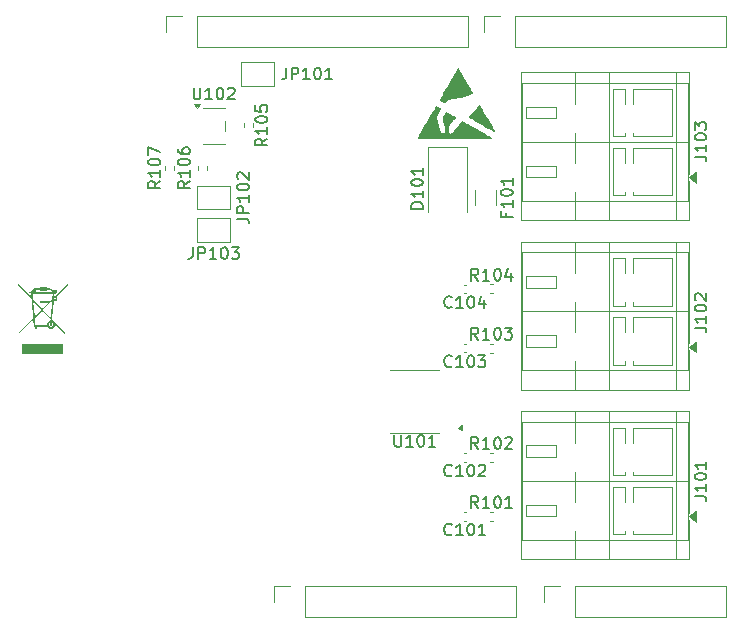
<source format=gbr>
G04 #@! TF.GenerationSoftware,KiCad,Pcbnew,9.0.6+1*
G04 #@! TF.CreationDate,2025-12-14T17:40:47+00:00*
G04 #@! TF.ProjectId,dreh_shield,64726568-5f73-4686-9965-6c642e6b6963,0.1*
G04 #@! TF.SameCoordinates,Original*
G04 #@! TF.FileFunction,Legend,Top*
G04 #@! TF.FilePolarity,Positive*
%FSLAX46Y46*%
G04 Gerber Fmt 4.6, Leading zero omitted, Abs format (unit mm)*
G04 Created by KiCad (PCBNEW 9.0.6+1) date 2025-12-14 17:40:47*
%MOMM*%
%LPD*%
G01*
G04 APERTURE LIST*
%ADD10C,0.150000*%
%ADD11C,0.120000*%
%ADD12C,0.010000*%
%ADD13C,0.000000*%
%ADD14R,1.700000X1.700000*%
%ADD15C,1.700000*%
%ADD16R,3.000000X1.500000*%
%ADD17O,3.000000X1.500000*%
%ADD18R,1.000000X1.500000*%
%ADD19C,3.200000*%
G04 APERTURE END LIST*
D10*
X162204819Y-59785714D02*
X162919104Y-59785714D01*
X162919104Y-59785714D02*
X163061961Y-59833333D01*
X163061961Y-59833333D02*
X163157200Y-59928571D01*
X163157200Y-59928571D02*
X163204819Y-60071428D01*
X163204819Y-60071428D02*
X163204819Y-60166666D01*
X163204819Y-58785714D02*
X163204819Y-59357142D01*
X163204819Y-59071428D02*
X162204819Y-59071428D01*
X162204819Y-59071428D02*
X162347676Y-59166666D01*
X162347676Y-59166666D02*
X162442914Y-59261904D01*
X162442914Y-59261904D02*
X162490533Y-59357142D01*
X162204819Y-58166666D02*
X162204819Y-58071428D01*
X162204819Y-58071428D02*
X162252438Y-57976190D01*
X162252438Y-57976190D02*
X162300057Y-57928571D01*
X162300057Y-57928571D02*
X162395295Y-57880952D01*
X162395295Y-57880952D02*
X162585771Y-57833333D01*
X162585771Y-57833333D02*
X162823866Y-57833333D01*
X162823866Y-57833333D02*
X163014342Y-57880952D01*
X163014342Y-57880952D02*
X163109580Y-57928571D01*
X163109580Y-57928571D02*
X163157200Y-57976190D01*
X163157200Y-57976190D02*
X163204819Y-58071428D01*
X163204819Y-58071428D02*
X163204819Y-58166666D01*
X163204819Y-58166666D02*
X163157200Y-58261904D01*
X163157200Y-58261904D02*
X163109580Y-58309523D01*
X163109580Y-58309523D02*
X163014342Y-58357142D01*
X163014342Y-58357142D02*
X162823866Y-58404761D01*
X162823866Y-58404761D02*
X162585771Y-58404761D01*
X162585771Y-58404761D02*
X162395295Y-58357142D01*
X162395295Y-58357142D02*
X162300057Y-58309523D01*
X162300057Y-58309523D02*
X162252438Y-58261904D01*
X162252438Y-58261904D02*
X162204819Y-58166666D01*
X162204819Y-57499999D02*
X162204819Y-56880952D01*
X162204819Y-56880952D02*
X162585771Y-57214285D01*
X162585771Y-57214285D02*
X162585771Y-57071428D01*
X162585771Y-57071428D02*
X162633390Y-56976190D01*
X162633390Y-56976190D02*
X162681009Y-56928571D01*
X162681009Y-56928571D02*
X162776247Y-56880952D01*
X162776247Y-56880952D02*
X163014342Y-56880952D01*
X163014342Y-56880952D02*
X163109580Y-56928571D01*
X163109580Y-56928571D02*
X163157200Y-56976190D01*
X163157200Y-56976190D02*
X163204819Y-57071428D01*
X163204819Y-57071428D02*
X163204819Y-57357142D01*
X163204819Y-57357142D02*
X163157200Y-57452380D01*
X163157200Y-57452380D02*
X163109580Y-57499999D01*
X119454819Y-61869047D02*
X118978628Y-62202380D01*
X119454819Y-62440475D02*
X118454819Y-62440475D01*
X118454819Y-62440475D02*
X118454819Y-62059523D01*
X118454819Y-62059523D02*
X118502438Y-61964285D01*
X118502438Y-61964285D02*
X118550057Y-61916666D01*
X118550057Y-61916666D02*
X118645295Y-61869047D01*
X118645295Y-61869047D02*
X118788152Y-61869047D01*
X118788152Y-61869047D02*
X118883390Y-61916666D01*
X118883390Y-61916666D02*
X118931009Y-61964285D01*
X118931009Y-61964285D02*
X118978628Y-62059523D01*
X118978628Y-62059523D02*
X118978628Y-62440475D01*
X119454819Y-60916666D02*
X119454819Y-61488094D01*
X119454819Y-61202380D02*
X118454819Y-61202380D01*
X118454819Y-61202380D02*
X118597676Y-61297618D01*
X118597676Y-61297618D02*
X118692914Y-61392856D01*
X118692914Y-61392856D02*
X118740533Y-61488094D01*
X118454819Y-60297618D02*
X118454819Y-60202380D01*
X118454819Y-60202380D02*
X118502438Y-60107142D01*
X118502438Y-60107142D02*
X118550057Y-60059523D01*
X118550057Y-60059523D02*
X118645295Y-60011904D01*
X118645295Y-60011904D02*
X118835771Y-59964285D01*
X118835771Y-59964285D02*
X119073866Y-59964285D01*
X119073866Y-59964285D02*
X119264342Y-60011904D01*
X119264342Y-60011904D02*
X119359580Y-60059523D01*
X119359580Y-60059523D02*
X119407200Y-60107142D01*
X119407200Y-60107142D02*
X119454819Y-60202380D01*
X119454819Y-60202380D02*
X119454819Y-60297618D01*
X119454819Y-60297618D02*
X119407200Y-60392856D01*
X119407200Y-60392856D02*
X119359580Y-60440475D01*
X119359580Y-60440475D02*
X119264342Y-60488094D01*
X119264342Y-60488094D02*
X119073866Y-60535713D01*
X119073866Y-60535713D02*
X118835771Y-60535713D01*
X118835771Y-60535713D02*
X118645295Y-60488094D01*
X118645295Y-60488094D02*
X118550057Y-60440475D01*
X118550057Y-60440475D02*
X118502438Y-60392856D01*
X118502438Y-60392856D02*
X118454819Y-60297618D01*
X118454819Y-59107142D02*
X118454819Y-59297618D01*
X118454819Y-59297618D02*
X118502438Y-59392856D01*
X118502438Y-59392856D02*
X118550057Y-59440475D01*
X118550057Y-59440475D02*
X118692914Y-59535713D01*
X118692914Y-59535713D02*
X118883390Y-59583332D01*
X118883390Y-59583332D02*
X119264342Y-59583332D01*
X119264342Y-59583332D02*
X119359580Y-59535713D01*
X119359580Y-59535713D02*
X119407200Y-59488094D01*
X119407200Y-59488094D02*
X119454819Y-59392856D01*
X119454819Y-59392856D02*
X119454819Y-59202380D01*
X119454819Y-59202380D02*
X119407200Y-59107142D01*
X119407200Y-59107142D02*
X119359580Y-59059523D01*
X119359580Y-59059523D02*
X119264342Y-59011904D01*
X119264342Y-59011904D02*
X119026247Y-59011904D01*
X119026247Y-59011904D02*
X118931009Y-59059523D01*
X118931009Y-59059523D02*
X118883390Y-59107142D01*
X118883390Y-59107142D02*
X118835771Y-59202380D01*
X118835771Y-59202380D02*
X118835771Y-59392856D01*
X118835771Y-59392856D02*
X118883390Y-59488094D01*
X118883390Y-59488094D02*
X118931009Y-59535713D01*
X118931009Y-59535713D02*
X119026247Y-59583332D01*
X119714285Y-67454819D02*
X119714285Y-68169104D01*
X119714285Y-68169104D02*
X119666666Y-68311961D01*
X119666666Y-68311961D02*
X119571428Y-68407200D01*
X119571428Y-68407200D02*
X119428571Y-68454819D01*
X119428571Y-68454819D02*
X119333333Y-68454819D01*
X120190476Y-68454819D02*
X120190476Y-67454819D01*
X120190476Y-67454819D02*
X120571428Y-67454819D01*
X120571428Y-67454819D02*
X120666666Y-67502438D01*
X120666666Y-67502438D02*
X120714285Y-67550057D01*
X120714285Y-67550057D02*
X120761904Y-67645295D01*
X120761904Y-67645295D02*
X120761904Y-67788152D01*
X120761904Y-67788152D02*
X120714285Y-67883390D01*
X120714285Y-67883390D02*
X120666666Y-67931009D01*
X120666666Y-67931009D02*
X120571428Y-67978628D01*
X120571428Y-67978628D02*
X120190476Y-67978628D01*
X121714285Y-68454819D02*
X121142857Y-68454819D01*
X121428571Y-68454819D02*
X121428571Y-67454819D01*
X121428571Y-67454819D02*
X121333333Y-67597676D01*
X121333333Y-67597676D02*
X121238095Y-67692914D01*
X121238095Y-67692914D02*
X121142857Y-67740533D01*
X122333333Y-67454819D02*
X122428571Y-67454819D01*
X122428571Y-67454819D02*
X122523809Y-67502438D01*
X122523809Y-67502438D02*
X122571428Y-67550057D01*
X122571428Y-67550057D02*
X122619047Y-67645295D01*
X122619047Y-67645295D02*
X122666666Y-67835771D01*
X122666666Y-67835771D02*
X122666666Y-68073866D01*
X122666666Y-68073866D02*
X122619047Y-68264342D01*
X122619047Y-68264342D02*
X122571428Y-68359580D01*
X122571428Y-68359580D02*
X122523809Y-68407200D01*
X122523809Y-68407200D02*
X122428571Y-68454819D01*
X122428571Y-68454819D02*
X122333333Y-68454819D01*
X122333333Y-68454819D02*
X122238095Y-68407200D01*
X122238095Y-68407200D02*
X122190476Y-68359580D01*
X122190476Y-68359580D02*
X122142857Y-68264342D01*
X122142857Y-68264342D02*
X122095238Y-68073866D01*
X122095238Y-68073866D02*
X122095238Y-67835771D01*
X122095238Y-67835771D02*
X122142857Y-67645295D01*
X122142857Y-67645295D02*
X122190476Y-67550057D01*
X122190476Y-67550057D02*
X122238095Y-67502438D01*
X122238095Y-67502438D02*
X122333333Y-67454819D01*
X123000000Y-67454819D02*
X123619047Y-67454819D01*
X123619047Y-67454819D02*
X123285714Y-67835771D01*
X123285714Y-67835771D02*
X123428571Y-67835771D01*
X123428571Y-67835771D02*
X123523809Y-67883390D01*
X123523809Y-67883390D02*
X123571428Y-67931009D01*
X123571428Y-67931009D02*
X123619047Y-68026247D01*
X123619047Y-68026247D02*
X123619047Y-68264342D01*
X123619047Y-68264342D02*
X123571428Y-68359580D01*
X123571428Y-68359580D02*
X123523809Y-68407200D01*
X123523809Y-68407200D02*
X123428571Y-68454819D01*
X123428571Y-68454819D02*
X123142857Y-68454819D01*
X123142857Y-68454819D02*
X123047619Y-68407200D01*
X123047619Y-68407200D02*
X123000000Y-68359580D01*
X126024819Y-58259047D02*
X125548628Y-58592380D01*
X126024819Y-58830475D02*
X125024819Y-58830475D01*
X125024819Y-58830475D02*
X125024819Y-58449523D01*
X125024819Y-58449523D02*
X125072438Y-58354285D01*
X125072438Y-58354285D02*
X125120057Y-58306666D01*
X125120057Y-58306666D02*
X125215295Y-58259047D01*
X125215295Y-58259047D02*
X125358152Y-58259047D01*
X125358152Y-58259047D02*
X125453390Y-58306666D01*
X125453390Y-58306666D02*
X125501009Y-58354285D01*
X125501009Y-58354285D02*
X125548628Y-58449523D01*
X125548628Y-58449523D02*
X125548628Y-58830475D01*
X126024819Y-57306666D02*
X126024819Y-57878094D01*
X126024819Y-57592380D02*
X125024819Y-57592380D01*
X125024819Y-57592380D02*
X125167676Y-57687618D01*
X125167676Y-57687618D02*
X125262914Y-57782856D01*
X125262914Y-57782856D02*
X125310533Y-57878094D01*
X125024819Y-56687618D02*
X125024819Y-56592380D01*
X125024819Y-56592380D02*
X125072438Y-56497142D01*
X125072438Y-56497142D02*
X125120057Y-56449523D01*
X125120057Y-56449523D02*
X125215295Y-56401904D01*
X125215295Y-56401904D02*
X125405771Y-56354285D01*
X125405771Y-56354285D02*
X125643866Y-56354285D01*
X125643866Y-56354285D02*
X125834342Y-56401904D01*
X125834342Y-56401904D02*
X125929580Y-56449523D01*
X125929580Y-56449523D02*
X125977200Y-56497142D01*
X125977200Y-56497142D02*
X126024819Y-56592380D01*
X126024819Y-56592380D02*
X126024819Y-56687618D01*
X126024819Y-56687618D02*
X125977200Y-56782856D01*
X125977200Y-56782856D02*
X125929580Y-56830475D01*
X125929580Y-56830475D02*
X125834342Y-56878094D01*
X125834342Y-56878094D02*
X125643866Y-56925713D01*
X125643866Y-56925713D02*
X125405771Y-56925713D01*
X125405771Y-56925713D02*
X125215295Y-56878094D01*
X125215295Y-56878094D02*
X125120057Y-56830475D01*
X125120057Y-56830475D02*
X125072438Y-56782856D01*
X125072438Y-56782856D02*
X125024819Y-56687618D01*
X125024819Y-55449523D02*
X125024819Y-55925713D01*
X125024819Y-55925713D02*
X125501009Y-55973332D01*
X125501009Y-55973332D02*
X125453390Y-55925713D01*
X125453390Y-55925713D02*
X125405771Y-55830475D01*
X125405771Y-55830475D02*
X125405771Y-55592380D01*
X125405771Y-55592380D02*
X125453390Y-55497142D01*
X125453390Y-55497142D02*
X125501009Y-55449523D01*
X125501009Y-55449523D02*
X125596247Y-55401904D01*
X125596247Y-55401904D02*
X125834342Y-55401904D01*
X125834342Y-55401904D02*
X125929580Y-55449523D01*
X125929580Y-55449523D02*
X125977200Y-55497142D01*
X125977200Y-55497142D02*
X126024819Y-55592380D01*
X126024819Y-55592380D02*
X126024819Y-55830475D01*
X126024819Y-55830475D02*
X125977200Y-55925713D01*
X125977200Y-55925713D02*
X125929580Y-55973332D01*
X127614285Y-52254819D02*
X127614285Y-52969104D01*
X127614285Y-52969104D02*
X127566666Y-53111961D01*
X127566666Y-53111961D02*
X127471428Y-53207200D01*
X127471428Y-53207200D02*
X127328571Y-53254819D01*
X127328571Y-53254819D02*
X127233333Y-53254819D01*
X128090476Y-53254819D02*
X128090476Y-52254819D01*
X128090476Y-52254819D02*
X128471428Y-52254819D01*
X128471428Y-52254819D02*
X128566666Y-52302438D01*
X128566666Y-52302438D02*
X128614285Y-52350057D01*
X128614285Y-52350057D02*
X128661904Y-52445295D01*
X128661904Y-52445295D02*
X128661904Y-52588152D01*
X128661904Y-52588152D02*
X128614285Y-52683390D01*
X128614285Y-52683390D02*
X128566666Y-52731009D01*
X128566666Y-52731009D02*
X128471428Y-52778628D01*
X128471428Y-52778628D02*
X128090476Y-52778628D01*
X129614285Y-53254819D02*
X129042857Y-53254819D01*
X129328571Y-53254819D02*
X129328571Y-52254819D01*
X129328571Y-52254819D02*
X129233333Y-52397676D01*
X129233333Y-52397676D02*
X129138095Y-52492914D01*
X129138095Y-52492914D02*
X129042857Y-52540533D01*
X130233333Y-52254819D02*
X130328571Y-52254819D01*
X130328571Y-52254819D02*
X130423809Y-52302438D01*
X130423809Y-52302438D02*
X130471428Y-52350057D01*
X130471428Y-52350057D02*
X130519047Y-52445295D01*
X130519047Y-52445295D02*
X130566666Y-52635771D01*
X130566666Y-52635771D02*
X130566666Y-52873866D01*
X130566666Y-52873866D02*
X130519047Y-53064342D01*
X130519047Y-53064342D02*
X130471428Y-53159580D01*
X130471428Y-53159580D02*
X130423809Y-53207200D01*
X130423809Y-53207200D02*
X130328571Y-53254819D01*
X130328571Y-53254819D02*
X130233333Y-53254819D01*
X130233333Y-53254819D02*
X130138095Y-53207200D01*
X130138095Y-53207200D02*
X130090476Y-53159580D01*
X130090476Y-53159580D02*
X130042857Y-53064342D01*
X130042857Y-53064342D02*
X129995238Y-52873866D01*
X129995238Y-52873866D02*
X129995238Y-52635771D01*
X129995238Y-52635771D02*
X130042857Y-52445295D01*
X130042857Y-52445295D02*
X130090476Y-52350057D01*
X130090476Y-52350057D02*
X130138095Y-52302438D01*
X130138095Y-52302438D02*
X130233333Y-52254819D01*
X131519047Y-53254819D02*
X130947619Y-53254819D01*
X131233333Y-53254819D02*
X131233333Y-52254819D01*
X131233333Y-52254819D02*
X131138095Y-52397676D01*
X131138095Y-52397676D02*
X131042857Y-52492914D01*
X131042857Y-52492914D02*
X130947619Y-52540533D01*
X162204819Y-74285714D02*
X162919104Y-74285714D01*
X162919104Y-74285714D02*
X163061961Y-74333333D01*
X163061961Y-74333333D02*
X163157200Y-74428571D01*
X163157200Y-74428571D02*
X163204819Y-74571428D01*
X163204819Y-74571428D02*
X163204819Y-74666666D01*
X163204819Y-73285714D02*
X163204819Y-73857142D01*
X163204819Y-73571428D02*
X162204819Y-73571428D01*
X162204819Y-73571428D02*
X162347676Y-73666666D01*
X162347676Y-73666666D02*
X162442914Y-73761904D01*
X162442914Y-73761904D02*
X162490533Y-73857142D01*
X162204819Y-72666666D02*
X162204819Y-72571428D01*
X162204819Y-72571428D02*
X162252438Y-72476190D01*
X162252438Y-72476190D02*
X162300057Y-72428571D01*
X162300057Y-72428571D02*
X162395295Y-72380952D01*
X162395295Y-72380952D02*
X162585771Y-72333333D01*
X162585771Y-72333333D02*
X162823866Y-72333333D01*
X162823866Y-72333333D02*
X163014342Y-72380952D01*
X163014342Y-72380952D02*
X163109580Y-72428571D01*
X163109580Y-72428571D02*
X163157200Y-72476190D01*
X163157200Y-72476190D02*
X163204819Y-72571428D01*
X163204819Y-72571428D02*
X163204819Y-72666666D01*
X163204819Y-72666666D02*
X163157200Y-72761904D01*
X163157200Y-72761904D02*
X163109580Y-72809523D01*
X163109580Y-72809523D02*
X163014342Y-72857142D01*
X163014342Y-72857142D02*
X162823866Y-72904761D01*
X162823866Y-72904761D02*
X162585771Y-72904761D01*
X162585771Y-72904761D02*
X162395295Y-72857142D01*
X162395295Y-72857142D02*
X162300057Y-72809523D01*
X162300057Y-72809523D02*
X162252438Y-72761904D01*
X162252438Y-72761904D02*
X162204819Y-72666666D01*
X162300057Y-71952380D02*
X162252438Y-71904761D01*
X162252438Y-71904761D02*
X162204819Y-71809523D01*
X162204819Y-71809523D02*
X162204819Y-71571428D01*
X162204819Y-71571428D02*
X162252438Y-71476190D01*
X162252438Y-71476190D02*
X162300057Y-71428571D01*
X162300057Y-71428571D02*
X162395295Y-71380952D01*
X162395295Y-71380952D02*
X162490533Y-71380952D01*
X162490533Y-71380952D02*
X162633390Y-71428571D01*
X162633390Y-71428571D02*
X163204819Y-71999999D01*
X163204819Y-71999999D02*
X163204819Y-71380952D01*
X123454819Y-65035714D02*
X124169104Y-65035714D01*
X124169104Y-65035714D02*
X124311961Y-65083333D01*
X124311961Y-65083333D02*
X124407200Y-65178571D01*
X124407200Y-65178571D02*
X124454819Y-65321428D01*
X124454819Y-65321428D02*
X124454819Y-65416666D01*
X124454819Y-64559523D02*
X123454819Y-64559523D01*
X123454819Y-64559523D02*
X123454819Y-64178571D01*
X123454819Y-64178571D02*
X123502438Y-64083333D01*
X123502438Y-64083333D02*
X123550057Y-64035714D01*
X123550057Y-64035714D02*
X123645295Y-63988095D01*
X123645295Y-63988095D02*
X123788152Y-63988095D01*
X123788152Y-63988095D02*
X123883390Y-64035714D01*
X123883390Y-64035714D02*
X123931009Y-64083333D01*
X123931009Y-64083333D02*
X123978628Y-64178571D01*
X123978628Y-64178571D02*
X123978628Y-64559523D01*
X124454819Y-63035714D02*
X124454819Y-63607142D01*
X124454819Y-63321428D02*
X123454819Y-63321428D01*
X123454819Y-63321428D02*
X123597676Y-63416666D01*
X123597676Y-63416666D02*
X123692914Y-63511904D01*
X123692914Y-63511904D02*
X123740533Y-63607142D01*
X123454819Y-62416666D02*
X123454819Y-62321428D01*
X123454819Y-62321428D02*
X123502438Y-62226190D01*
X123502438Y-62226190D02*
X123550057Y-62178571D01*
X123550057Y-62178571D02*
X123645295Y-62130952D01*
X123645295Y-62130952D02*
X123835771Y-62083333D01*
X123835771Y-62083333D02*
X124073866Y-62083333D01*
X124073866Y-62083333D02*
X124264342Y-62130952D01*
X124264342Y-62130952D02*
X124359580Y-62178571D01*
X124359580Y-62178571D02*
X124407200Y-62226190D01*
X124407200Y-62226190D02*
X124454819Y-62321428D01*
X124454819Y-62321428D02*
X124454819Y-62416666D01*
X124454819Y-62416666D02*
X124407200Y-62511904D01*
X124407200Y-62511904D02*
X124359580Y-62559523D01*
X124359580Y-62559523D02*
X124264342Y-62607142D01*
X124264342Y-62607142D02*
X124073866Y-62654761D01*
X124073866Y-62654761D02*
X123835771Y-62654761D01*
X123835771Y-62654761D02*
X123645295Y-62607142D01*
X123645295Y-62607142D02*
X123550057Y-62559523D01*
X123550057Y-62559523D02*
X123502438Y-62511904D01*
X123502438Y-62511904D02*
X123454819Y-62416666D01*
X123550057Y-61702380D02*
X123502438Y-61654761D01*
X123502438Y-61654761D02*
X123454819Y-61559523D01*
X123454819Y-61559523D02*
X123454819Y-61321428D01*
X123454819Y-61321428D02*
X123502438Y-61226190D01*
X123502438Y-61226190D02*
X123550057Y-61178571D01*
X123550057Y-61178571D02*
X123645295Y-61130952D01*
X123645295Y-61130952D02*
X123740533Y-61130952D01*
X123740533Y-61130952D02*
X123883390Y-61178571D01*
X123883390Y-61178571D02*
X124454819Y-61749999D01*
X124454819Y-61749999D02*
X124454819Y-61130952D01*
X162204819Y-88535714D02*
X162919104Y-88535714D01*
X162919104Y-88535714D02*
X163061961Y-88583333D01*
X163061961Y-88583333D02*
X163157200Y-88678571D01*
X163157200Y-88678571D02*
X163204819Y-88821428D01*
X163204819Y-88821428D02*
X163204819Y-88916666D01*
X163204819Y-87535714D02*
X163204819Y-88107142D01*
X163204819Y-87821428D02*
X162204819Y-87821428D01*
X162204819Y-87821428D02*
X162347676Y-87916666D01*
X162347676Y-87916666D02*
X162442914Y-88011904D01*
X162442914Y-88011904D02*
X162490533Y-88107142D01*
X162204819Y-86916666D02*
X162204819Y-86821428D01*
X162204819Y-86821428D02*
X162252438Y-86726190D01*
X162252438Y-86726190D02*
X162300057Y-86678571D01*
X162300057Y-86678571D02*
X162395295Y-86630952D01*
X162395295Y-86630952D02*
X162585771Y-86583333D01*
X162585771Y-86583333D02*
X162823866Y-86583333D01*
X162823866Y-86583333D02*
X163014342Y-86630952D01*
X163014342Y-86630952D02*
X163109580Y-86678571D01*
X163109580Y-86678571D02*
X163157200Y-86726190D01*
X163157200Y-86726190D02*
X163204819Y-86821428D01*
X163204819Y-86821428D02*
X163204819Y-86916666D01*
X163204819Y-86916666D02*
X163157200Y-87011904D01*
X163157200Y-87011904D02*
X163109580Y-87059523D01*
X163109580Y-87059523D02*
X163014342Y-87107142D01*
X163014342Y-87107142D02*
X162823866Y-87154761D01*
X162823866Y-87154761D02*
X162585771Y-87154761D01*
X162585771Y-87154761D02*
X162395295Y-87107142D01*
X162395295Y-87107142D02*
X162300057Y-87059523D01*
X162300057Y-87059523D02*
X162252438Y-87011904D01*
X162252438Y-87011904D02*
X162204819Y-86916666D01*
X163204819Y-85630952D02*
X163204819Y-86202380D01*
X163204819Y-85916666D02*
X162204819Y-85916666D01*
X162204819Y-85916666D02*
X162347676Y-86011904D01*
X162347676Y-86011904D02*
X162442914Y-86107142D01*
X162442914Y-86107142D02*
X162490533Y-86202380D01*
X141630952Y-72519580D02*
X141583333Y-72567200D01*
X141583333Y-72567200D02*
X141440476Y-72614819D01*
X141440476Y-72614819D02*
X141345238Y-72614819D01*
X141345238Y-72614819D02*
X141202381Y-72567200D01*
X141202381Y-72567200D02*
X141107143Y-72471961D01*
X141107143Y-72471961D02*
X141059524Y-72376723D01*
X141059524Y-72376723D02*
X141011905Y-72186247D01*
X141011905Y-72186247D02*
X141011905Y-72043390D01*
X141011905Y-72043390D02*
X141059524Y-71852914D01*
X141059524Y-71852914D02*
X141107143Y-71757676D01*
X141107143Y-71757676D02*
X141202381Y-71662438D01*
X141202381Y-71662438D02*
X141345238Y-71614819D01*
X141345238Y-71614819D02*
X141440476Y-71614819D01*
X141440476Y-71614819D02*
X141583333Y-71662438D01*
X141583333Y-71662438D02*
X141630952Y-71710057D01*
X142583333Y-72614819D02*
X142011905Y-72614819D01*
X142297619Y-72614819D02*
X142297619Y-71614819D01*
X142297619Y-71614819D02*
X142202381Y-71757676D01*
X142202381Y-71757676D02*
X142107143Y-71852914D01*
X142107143Y-71852914D02*
X142011905Y-71900533D01*
X143202381Y-71614819D02*
X143297619Y-71614819D01*
X143297619Y-71614819D02*
X143392857Y-71662438D01*
X143392857Y-71662438D02*
X143440476Y-71710057D01*
X143440476Y-71710057D02*
X143488095Y-71805295D01*
X143488095Y-71805295D02*
X143535714Y-71995771D01*
X143535714Y-71995771D02*
X143535714Y-72233866D01*
X143535714Y-72233866D02*
X143488095Y-72424342D01*
X143488095Y-72424342D02*
X143440476Y-72519580D01*
X143440476Y-72519580D02*
X143392857Y-72567200D01*
X143392857Y-72567200D02*
X143297619Y-72614819D01*
X143297619Y-72614819D02*
X143202381Y-72614819D01*
X143202381Y-72614819D02*
X143107143Y-72567200D01*
X143107143Y-72567200D02*
X143059524Y-72519580D01*
X143059524Y-72519580D02*
X143011905Y-72424342D01*
X143011905Y-72424342D02*
X142964286Y-72233866D01*
X142964286Y-72233866D02*
X142964286Y-71995771D01*
X142964286Y-71995771D02*
X143011905Y-71805295D01*
X143011905Y-71805295D02*
X143059524Y-71710057D01*
X143059524Y-71710057D02*
X143107143Y-71662438D01*
X143107143Y-71662438D02*
X143202381Y-71614819D01*
X144392857Y-71948152D02*
X144392857Y-72614819D01*
X144154762Y-71567200D02*
X143916667Y-72281485D01*
X143916667Y-72281485D02*
X144535714Y-72281485D01*
X143880952Y-84534819D02*
X143547619Y-84058628D01*
X143309524Y-84534819D02*
X143309524Y-83534819D01*
X143309524Y-83534819D02*
X143690476Y-83534819D01*
X143690476Y-83534819D02*
X143785714Y-83582438D01*
X143785714Y-83582438D02*
X143833333Y-83630057D01*
X143833333Y-83630057D02*
X143880952Y-83725295D01*
X143880952Y-83725295D02*
X143880952Y-83868152D01*
X143880952Y-83868152D02*
X143833333Y-83963390D01*
X143833333Y-83963390D02*
X143785714Y-84011009D01*
X143785714Y-84011009D02*
X143690476Y-84058628D01*
X143690476Y-84058628D02*
X143309524Y-84058628D01*
X144833333Y-84534819D02*
X144261905Y-84534819D01*
X144547619Y-84534819D02*
X144547619Y-83534819D01*
X144547619Y-83534819D02*
X144452381Y-83677676D01*
X144452381Y-83677676D02*
X144357143Y-83772914D01*
X144357143Y-83772914D02*
X144261905Y-83820533D01*
X145452381Y-83534819D02*
X145547619Y-83534819D01*
X145547619Y-83534819D02*
X145642857Y-83582438D01*
X145642857Y-83582438D02*
X145690476Y-83630057D01*
X145690476Y-83630057D02*
X145738095Y-83725295D01*
X145738095Y-83725295D02*
X145785714Y-83915771D01*
X145785714Y-83915771D02*
X145785714Y-84153866D01*
X145785714Y-84153866D02*
X145738095Y-84344342D01*
X145738095Y-84344342D02*
X145690476Y-84439580D01*
X145690476Y-84439580D02*
X145642857Y-84487200D01*
X145642857Y-84487200D02*
X145547619Y-84534819D01*
X145547619Y-84534819D02*
X145452381Y-84534819D01*
X145452381Y-84534819D02*
X145357143Y-84487200D01*
X145357143Y-84487200D02*
X145309524Y-84439580D01*
X145309524Y-84439580D02*
X145261905Y-84344342D01*
X145261905Y-84344342D02*
X145214286Y-84153866D01*
X145214286Y-84153866D02*
X145214286Y-83915771D01*
X145214286Y-83915771D02*
X145261905Y-83725295D01*
X145261905Y-83725295D02*
X145309524Y-83630057D01*
X145309524Y-83630057D02*
X145357143Y-83582438D01*
X145357143Y-83582438D02*
X145452381Y-83534819D01*
X146166667Y-83630057D02*
X146214286Y-83582438D01*
X146214286Y-83582438D02*
X146309524Y-83534819D01*
X146309524Y-83534819D02*
X146547619Y-83534819D01*
X146547619Y-83534819D02*
X146642857Y-83582438D01*
X146642857Y-83582438D02*
X146690476Y-83630057D01*
X146690476Y-83630057D02*
X146738095Y-83725295D01*
X146738095Y-83725295D02*
X146738095Y-83820533D01*
X146738095Y-83820533D02*
X146690476Y-83963390D01*
X146690476Y-83963390D02*
X146119048Y-84534819D01*
X146119048Y-84534819D02*
X146738095Y-84534819D01*
X119785714Y-53954819D02*
X119785714Y-54764342D01*
X119785714Y-54764342D02*
X119833333Y-54859580D01*
X119833333Y-54859580D02*
X119880952Y-54907200D01*
X119880952Y-54907200D02*
X119976190Y-54954819D01*
X119976190Y-54954819D02*
X120166666Y-54954819D01*
X120166666Y-54954819D02*
X120261904Y-54907200D01*
X120261904Y-54907200D02*
X120309523Y-54859580D01*
X120309523Y-54859580D02*
X120357142Y-54764342D01*
X120357142Y-54764342D02*
X120357142Y-53954819D01*
X121357142Y-54954819D02*
X120785714Y-54954819D01*
X121071428Y-54954819D02*
X121071428Y-53954819D01*
X121071428Y-53954819D02*
X120976190Y-54097676D01*
X120976190Y-54097676D02*
X120880952Y-54192914D01*
X120880952Y-54192914D02*
X120785714Y-54240533D01*
X121976190Y-53954819D02*
X122071428Y-53954819D01*
X122071428Y-53954819D02*
X122166666Y-54002438D01*
X122166666Y-54002438D02*
X122214285Y-54050057D01*
X122214285Y-54050057D02*
X122261904Y-54145295D01*
X122261904Y-54145295D02*
X122309523Y-54335771D01*
X122309523Y-54335771D02*
X122309523Y-54573866D01*
X122309523Y-54573866D02*
X122261904Y-54764342D01*
X122261904Y-54764342D02*
X122214285Y-54859580D01*
X122214285Y-54859580D02*
X122166666Y-54907200D01*
X122166666Y-54907200D02*
X122071428Y-54954819D01*
X122071428Y-54954819D02*
X121976190Y-54954819D01*
X121976190Y-54954819D02*
X121880952Y-54907200D01*
X121880952Y-54907200D02*
X121833333Y-54859580D01*
X121833333Y-54859580D02*
X121785714Y-54764342D01*
X121785714Y-54764342D02*
X121738095Y-54573866D01*
X121738095Y-54573866D02*
X121738095Y-54335771D01*
X121738095Y-54335771D02*
X121785714Y-54145295D01*
X121785714Y-54145295D02*
X121833333Y-54050057D01*
X121833333Y-54050057D02*
X121880952Y-54002438D01*
X121880952Y-54002438D02*
X121976190Y-53954819D01*
X122690476Y-54050057D02*
X122738095Y-54002438D01*
X122738095Y-54002438D02*
X122833333Y-53954819D01*
X122833333Y-53954819D02*
X123071428Y-53954819D01*
X123071428Y-53954819D02*
X123166666Y-54002438D01*
X123166666Y-54002438D02*
X123214285Y-54050057D01*
X123214285Y-54050057D02*
X123261904Y-54145295D01*
X123261904Y-54145295D02*
X123261904Y-54240533D01*
X123261904Y-54240533D02*
X123214285Y-54383390D01*
X123214285Y-54383390D02*
X122642857Y-54954819D01*
X122642857Y-54954819D02*
X123261904Y-54954819D01*
X136785714Y-83354819D02*
X136785714Y-84164342D01*
X136785714Y-84164342D02*
X136833333Y-84259580D01*
X136833333Y-84259580D02*
X136880952Y-84307200D01*
X136880952Y-84307200D02*
X136976190Y-84354819D01*
X136976190Y-84354819D02*
X137166666Y-84354819D01*
X137166666Y-84354819D02*
X137261904Y-84307200D01*
X137261904Y-84307200D02*
X137309523Y-84259580D01*
X137309523Y-84259580D02*
X137357142Y-84164342D01*
X137357142Y-84164342D02*
X137357142Y-83354819D01*
X138357142Y-84354819D02*
X137785714Y-84354819D01*
X138071428Y-84354819D02*
X138071428Y-83354819D01*
X138071428Y-83354819D02*
X137976190Y-83497676D01*
X137976190Y-83497676D02*
X137880952Y-83592914D01*
X137880952Y-83592914D02*
X137785714Y-83640533D01*
X138976190Y-83354819D02*
X139071428Y-83354819D01*
X139071428Y-83354819D02*
X139166666Y-83402438D01*
X139166666Y-83402438D02*
X139214285Y-83450057D01*
X139214285Y-83450057D02*
X139261904Y-83545295D01*
X139261904Y-83545295D02*
X139309523Y-83735771D01*
X139309523Y-83735771D02*
X139309523Y-83973866D01*
X139309523Y-83973866D02*
X139261904Y-84164342D01*
X139261904Y-84164342D02*
X139214285Y-84259580D01*
X139214285Y-84259580D02*
X139166666Y-84307200D01*
X139166666Y-84307200D02*
X139071428Y-84354819D01*
X139071428Y-84354819D02*
X138976190Y-84354819D01*
X138976190Y-84354819D02*
X138880952Y-84307200D01*
X138880952Y-84307200D02*
X138833333Y-84259580D01*
X138833333Y-84259580D02*
X138785714Y-84164342D01*
X138785714Y-84164342D02*
X138738095Y-83973866D01*
X138738095Y-83973866D02*
X138738095Y-83735771D01*
X138738095Y-83735771D02*
X138785714Y-83545295D01*
X138785714Y-83545295D02*
X138833333Y-83450057D01*
X138833333Y-83450057D02*
X138880952Y-83402438D01*
X138880952Y-83402438D02*
X138976190Y-83354819D01*
X140261904Y-84354819D02*
X139690476Y-84354819D01*
X139976190Y-84354819D02*
X139976190Y-83354819D01*
X139976190Y-83354819D02*
X139880952Y-83497676D01*
X139880952Y-83497676D02*
X139785714Y-83592914D01*
X139785714Y-83592914D02*
X139690476Y-83640533D01*
X116954819Y-61869047D02*
X116478628Y-62202380D01*
X116954819Y-62440475D02*
X115954819Y-62440475D01*
X115954819Y-62440475D02*
X115954819Y-62059523D01*
X115954819Y-62059523D02*
X116002438Y-61964285D01*
X116002438Y-61964285D02*
X116050057Y-61916666D01*
X116050057Y-61916666D02*
X116145295Y-61869047D01*
X116145295Y-61869047D02*
X116288152Y-61869047D01*
X116288152Y-61869047D02*
X116383390Y-61916666D01*
X116383390Y-61916666D02*
X116431009Y-61964285D01*
X116431009Y-61964285D02*
X116478628Y-62059523D01*
X116478628Y-62059523D02*
X116478628Y-62440475D01*
X116954819Y-60916666D02*
X116954819Y-61488094D01*
X116954819Y-61202380D02*
X115954819Y-61202380D01*
X115954819Y-61202380D02*
X116097676Y-61297618D01*
X116097676Y-61297618D02*
X116192914Y-61392856D01*
X116192914Y-61392856D02*
X116240533Y-61488094D01*
X115954819Y-60297618D02*
X115954819Y-60202380D01*
X115954819Y-60202380D02*
X116002438Y-60107142D01*
X116002438Y-60107142D02*
X116050057Y-60059523D01*
X116050057Y-60059523D02*
X116145295Y-60011904D01*
X116145295Y-60011904D02*
X116335771Y-59964285D01*
X116335771Y-59964285D02*
X116573866Y-59964285D01*
X116573866Y-59964285D02*
X116764342Y-60011904D01*
X116764342Y-60011904D02*
X116859580Y-60059523D01*
X116859580Y-60059523D02*
X116907200Y-60107142D01*
X116907200Y-60107142D02*
X116954819Y-60202380D01*
X116954819Y-60202380D02*
X116954819Y-60297618D01*
X116954819Y-60297618D02*
X116907200Y-60392856D01*
X116907200Y-60392856D02*
X116859580Y-60440475D01*
X116859580Y-60440475D02*
X116764342Y-60488094D01*
X116764342Y-60488094D02*
X116573866Y-60535713D01*
X116573866Y-60535713D02*
X116335771Y-60535713D01*
X116335771Y-60535713D02*
X116145295Y-60488094D01*
X116145295Y-60488094D02*
X116050057Y-60440475D01*
X116050057Y-60440475D02*
X116002438Y-60392856D01*
X116002438Y-60392856D02*
X115954819Y-60297618D01*
X115954819Y-59630951D02*
X115954819Y-58964285D01*
X115954819Y-58964285D02*
X116954819Y-59392856D01*
X143880952Y-89534819D02*
X143547619Y-89058628D01*
X143309524Y-89534819D02*
X143309524Y-88534819D01*
X143309524Y-88534819D02*
X143690476Y-88534819D01*
X143690476Y-88534819D02*
X143785714Y-88582438D01*
X143785714Y-88582438D02*
X143833333Y-88630057D01*
X143833333Y-88630057D02*
X143880952Y-88725295D01*
X143880952Y-88725295D02*
X143880952Y-88868152D01*
X143880952Y-88868152D02*
X143833333Y-88963390D01*
X143833333Y-88963390D02*
X143785714Y-89011009D01*
X143785714Y-89011009D02*
X143690476Y-89058628D01*
X143690476Y-89058628D02*
X143309524Y-89058628D01*
X144833333Y-89534819D02*
X144261905Y-89534819D01*
X144547619Y-89534819D02*
X144547619Y-88534819D01*
X144547619Y-88534819D02*
X144452381Y-88677676D01*
X144452381Y-88677676D02*
X144357143Y-88772914D01*
X144357143Y-88772914D02*
X144261905Y-88820533D01*
X145452381Y-88534819D02*
X145547619Y-88534819D01*
X145547619Y-88534819D02*
X145642857Y-88582438D01*
X145642857Y-88582438D02*
X145690476Y-88630057D01*
X145690476Y-88630057D02*
X145738095Y-88725295D01*
X145738095Y-88725295D02*
X145785714Y-88915771D01*
X145785714Y-88915771D02*
X145785714Y-89153866D01*
X145785714Y-89153866D02*
X145738095Y-89344342D01*
X145738095Y-89344342D02*
X145690476Y-89439580D01*
X145690476Y-89439580D02*
X145642857Y-89487200D01*
X145642857Y-89487200D02*
X145547619Y-89534819D01*
X145547619Y-89534819D02*
X145452381Y-89534819D01*
X145452381Y-89534819D02*
X145357143Y-89487200D01*
X145357143Y-89487200D02*
X145309524Y-89439580D01*
X145309524Y-89439580D02*
X145261905Y-89344342D01*
X145261905Y-89344342D02*
X145214286Y-89153866D01*
X145214286Y-89153866D02*
X145214286Y-88915771D01*
X145214286Y-88915771D02*
X145261905Y-88725295D01*
X145261905Y-88725295D02*
X145309524Y-88630057D01*
X145309524Y-88630057D02*
X145357143Y-88582438D01*
X145357143Y-88582438D02*
X145452381Y-88534819D01*
X146738095Y-89534819D02*
X146166667Y-89534819D01*
X146452381Y-89534819D02*
X146452381Y-88534819D01*
X146452381Y-88534819D02*
X146357143Y-88677676D01*
X146357143Y-88677676D02*
X146261905Y-88772914D01*
X146261905Y-88772914D02*
X146166667Y-88820533D01*
X141630952Y-91769580D02*
X141583333Y-91817200D01*
X141583333Y-91817200D02*
X141440476Y-91864819D01*
X141440476Y-91864819D02*
X141345238Y-91864819D01*
X141345238Y-91864819D02*
X141202381Y-91817200D01*
X141202381Y-91817200D02*
X141107143Y-91721961D01*
X141107143Y-91721961D02*
X141059524Y-91626723D01*
X141059524Y-91626723D02*
X141011905Y-91436247D01*
X141011905Y-91436247D02*
X141011905Y-91293390D01*
X141011905Y-91293390D02*
X141059524Y-91102914D01*
X141059524Y-91102914D02*
X141107143Y-91007676D01*
X141107143Y-91007676D02*
X141202381Y-90912438D01*
X141202381Y-90912438D02*
X141345238Y-90864819D01*
X141345238Y-90864819D02*
X141440476Y-90864819D01*
X141440476Y-90864819D02*
X141583333Y-90912438D01*
X141583333Y-90912438D02*
X141630952Y-90960057D01*
X142583333Y-91864819D02*
X142011905Y-91864819D01*
X142297619Y-91864819D02*
X142297619Y-90864819D01*
X142297619Y-90864819D02*
X142202381Y-91007676D01*
X142202381Y-91007676D02*
X142107143Y-91102914D01*
X142107143Y-91102914D02*
X142011905Y-91150533D01*
X143202381Y-90864819D02*
X143297619Y-90864819D01*
X143297619Y-90864819D02*
X143392857Y-90912438D01*
X143392857Y-90912438D02*
X143440476Y-90960057D01*
X143440476Y-90960057D02*
X143488095Y-91055295D01*
X143488095Y-91055295D02*
X143535714Y-91245771D01*
X143535714Y-91245771D02*
X143535714Y-91483866D01*
X143535714Y-91483866D02*
X143488095Y-91674342D01*
X143488095Y-91674342D02*
X143440476Y-91769580D01*
X143440476Y-91769580D02*
X143392857Y-91817200D01*
X143392857Y-91817200D02*
X143297619Y-91864819D01*
X143297619Y-91864819D02*
X143202381Y-91864819D01*
X143202381Y-91864819D02*
X143107143Y-91817200D01*
X143107143Y-91817200D02*
X143059524Y-91769580D01*
X143059524Y-91769580D02*
X143011905Y-91674342D01*
X143011905Y-91674342D02*
X142964286Y-91483866D01*
X142964286Y-91483866D02*
X142964286Y-91245771D01*
X142964286Y-91245771D02*
X143011905Y-91055295D01*
X143011905Y-91055295D02*
X143059524Y-90960057D01*
X143059524Y-90960057D02*
X143107143Y-90912438D01*
X143107143Y-90912438D02*
X143202381Y-90864819D01*
X144488095Y-91864819D02*
X143916667Y-91864819D01*
X144202381Y-91864819D02*
X144202381Y-90864819D01*
X144202381Y-90864819D02*
X144107143Y-91007676D01*
X144107143Y-91007676D02*
X144011905Y-91102914D01*
X144011905Y-91102914D02*
X143916667Y-91150533D01*
X143880952Y-70284819D02*
X143547619Y-69808628D01*
X143309524Y-70284819D02*
X143309524Y-69284819D01*
X143309524Y-69284819D02*
X143690476Y-69284819D01*
X143690476Y-69284819D02*
X143785714Y-69332438D01*
X143785714Y-69332438D02*
X143833333Y-69380057D01*
X143833333Y-69380057D02*
X143880952Y-69475295D01*
X143880952Y-69475295D02*
X143880952Y-69618152D01*
X143880952Y-69618152D02*
X143833333Y-69713390D01*
X143833333Y-69713390D02*
X143785714Y-69761009D01*
X143785714Y-69761009D02*
X143690476Y-69808628D01*
X143690476Y-69808628D02*
X143309524Y-69808628D01*
X144833333Y-70284819D02*
X144261905Y-70284819D01*
X144547619Y-70284819D02*
X144547619Y-69284819D01*
X144547619Y-69284819D02*
X144452381Y-69427676D01*
X144452381Y-69427676D02*
X144357143Y-69522914D01*
X144357143Y-69522914D02*
X144261905Y-69570533D01*
X145452381Y-69284819D02*
X145547619Y-69284819D01*
X145547619Y-69284819D02*
X145642857Y-69332438D01*
X145642857Y-69332438D02*
X145690476Y-69380057D01*
X145690476Y-69380057D02*
X145738095Y-69475295D01*
X145738095Y-69475295D02*
X145785714Y-69665771D01*
X145785714Y-69665771D02*
X145785714Y-69903866D01*
X145785714Y-69903866D02*
X145738095Y-70094342D01*
X145738095Y-70094342D02*
X145690476Y-70189580D01*
X145690476Y-70189580D02*
X145642857Y-70237200D01*
X145642857Y-70237200D02*
X145547619Y-70284819D01*
X145547619Y-70284819D02*
X145452381Y-70284819D01*
X145452381Y-70284819D02*
X145357143Y-70237200D01*
X145357143Y-70237200D02*
X145309524Y-70189580D01*
X145309524Y-70189580D02*
X145261905Y-70094342D01*
X145261905Y-70094342D02*
X145214286Y-69903866D01*
X145214286Y-69903866D02*
X145214286Y-69665771D01*
X145214286Y-69665771D02*
X145261905Y-69475295D01*
X145261905Y-69475295D02*
X145309524Y-69380057D01*
X145309524Y-69380057D02*
X145357143Y-69332438D01*
X145357143Y-69332438D02*
X145452381Y-69284819D01*
X146642857Y-69618152D02*
X146642857Y-70284819D01*
X146404762Y-69237200D02*
X146166667Y-69951485D01*
X146166667Y-69951485D02*
X146785714Y-69951485D01*
X141630952Y-77519580D02*
X141583333Y-77567200D01*
X141583333Y-77567200D02*
X141440476Y-77614819D01*
X141440476Y-77614819D02*
X141345238Y-77614819D01*
X141345238Y-77614819D02*
X141202381Y-77567200D01*
X141202381Y-77567200D02*
X141107143Y-77471961D01*
X141107143Y-77471961D02*
X141059524Y-77376723D01*
X141059524Y-77376723D02*
X141011905Y-77186247D01*
X141011905Y-77186247D02*
X141011905Y-77043390D01*
X141011905Y-77043390D02*
X141059524Y-76852914D01*
X141059524Y-76852914D02*
X141107143Y-76757676D01*
X141107143Y-76757676D02*
X141202381Y-76662438D01*
X141202381Y-76662438D02*
X141345238Y-76614819D01*
X141345238Y-76614819D02*
X141440476Y-76614819D01*
X141440476Y-76614819D02*
X141583333Y-76662438D01*
X141583333Y-76662438D02*
X141630952Y-76710057D01*
X142583333Y-77614819D02*
X142011905Y-77614819D01*
X142297619Y-77614819D02*
X142297619Y-76614819D01*
X142297619Y-76614819D02*
X142202381Y-76757676D01*
X142202381Y-76757676D02*
X142107143Y-76852914D01*
X142107143Y-76852914D02*
X142011905Y-76900533D01*
X143202381Y-76614819D02*
X143297619Y-76614819D01*
X143297619Y-76614819D02*
X143392857Y-76662438D01*
X143392857Y-76662438D02*
X143440476Y-76710057D01*
X143440476Y-76710057D02*
X143488095Y-76805295D01*
X143488095Y-76805295D02*
X143535714Y-76995771D01*
X143535714Y-76995771D02*
X143535714Y-77233866D01*
X143535714Y-77233866D02*
X143488095Y-77424342D01*
X143488095Y-77424342D02*
X143440476Y-77519580D01*
X143440476Y-77519580D02*
X143392857Y-77567200D01*
X143392857Y-77567200D02*
X143297619Y-77614819D01*
X143297619Y-77614819D02*
X143202381Y-77614819D01*
X143202381Y-77614819D02*
X143107143Y-77567200D01*
X143107143Y-77567200D02*
X143059524Y-77519580D01*
X143059524Y-77519580D02*
X143011905Y-77424342D01*
X143011905Y-77424342D02*
X142964286Y-77233866D01*
X142964286Y-77233866D02*
X142964286Y-76995771D01*
X142964286Y-76995771D02*
X143011905Y-76805295D01*
X143011905Y-76805295D02*
X143059524Y-76710057D01*
X143059524Y-76710057D02*
X143107143Y-76662438D01*
X143107143Y-76662438D02*
X143202381Y-76614819D01*
X143869048Y-76614819D02*
X144488095Y-76614819D01*
X144488095Y-76614819D02*
X144154762Y-76995771D01*
X144154762Y-76995771D02*
X144297619Y-76995771D01*
X144297619Y-76995771D02*
X144392857Y-77043390D01*
X144392857Y-77043390D02*
X144440476Y-77091009D01*
X144440476Y-77091009D02*
X144488095Y-77186247D01*
X144488095Y-77186247D02*
X144488095Y-77424342D01*
X144488095Y-77424342D02*
X144440476Y-77519580D01*
X144440476Y-77519580D02*
X144392857Y-77567200D01*
X144392857Y-77567200D02*
X144297619Y-77614819D01*
X144297619Y-77614819D02*
X144011905Y-77614819D01*
X144011905Y-77614819D02*
X143916667Y-77567200D01*
X143916667Y-77567200D02*
X143869048Y-77519580D01*
X143880952Y-75284819D02*
X143547619Y-74808628D01*
X143309524Y-75284819D02*
X143309524Y-74284819D01*
X143309524Y-74284819D02*
X143690476Y-74284819D01*
X143690476Y-74284819D02*
X143785714Y-74332438D01*
X143785714Y-74332438D02*
X143833333Y-74380057D01*
X143833333Y-74380057D02*
X143880952Y-74475295D01*
X143880952Y-74475295D02*
X143880952Y-74618152D01*
X143880952Y-74618152D02*
X143833333Y-74713390D01*
X143833333Y-74713390D02*
X143785714Y-74761009D01*
X143785714Y-74761009D02*
X143690476Y-74808628D01*
X143690476Y-74808628D02*
X143309524Y-74808628D01*
X144833333Y-75284819D02*
X144261905Y-75284819D01*
X144547619Y-75284819D02*
X144547619Y-74284819D01*
X144547619Y-74284819D02*
X144452381Y-74427676D01*
X144452381Y-74427676D02*
X144357143Y-74522914D01*
X144357143Y-74522914D02*
X144261905Y-74570533D01*
X145452381Y-74284819D02*
X145547619Y-74284819D01*
X145547619Y-74284819D02*
X145642857Y-74332438D01*
X145642857Y-74332438D02*
X145690476Y-74380057D01*
X145690476Y-74380057D02*
X145738095Y-74475295D01*
X145738095Y-74475295D02*
X145785714Y-74665771D01*
X145785714Y-74665771D02*
X145785714Y-74903866D01*
X145785714Y-74903866D02*
X145738095Y-75094342D01*
X145738095Y-75094342D02*
X145690476Y-75189580D01*
X145690476Y-75189580D02*
X145642857Y-75237200D01*
X145642857Y-75237200D02*
X145547619Y-75284819D01*
X145547619Y-75284819D02*
X145452381Y-75284819D01*
X145452381Y-75284819D02*
X145357143Y-75237200D01*
X145357143Y-75237200D02*
X145309524Y-75189580D01*
X145309524Y-75189580D02*
X145261905Y-75094342D01*
X145261905Y-75094342D02*
X145214286Y-74903866D01*
X145214286Y-74903866D02*
X145214286Y-74665771D01*
X145214286Y-74665771D02*
X145261905Y-74475295D01*
X145261905Y-74475295D02*
X145309524Y-74380057D01*
X145309524Y-74380057D02*
X145357143Y-74332438D01*
X145357143Y-74332438D02*
X145452381Y-74284819D01*
X146119048Y-74284819D02*
X146738095Y-74284819D01*
X146738095Y-74284819D02*
X146404762Y-74665771D01*
X146404762Y-74665771D02*
X146547619Y-74665771D01*
X146547619Y-74665771D02*
X146642857Y-74713390D01*
X146642857Y-74713390D02*
X146690476Y-74761009D01*
X146690476Y-74761009D02*
X146738095Y-74856247D01*
X146738095Y-74856247D02*
X146738095Y-75094342D01*
X146738095Y-75094342D02*
X146690476Y-75189580D01*
X146690476Y-75189580D02*
X146642857Y-75237200D01*
X146642857Y-75237200D02*
X146547619Y-75284819D01*
X146547619Y-75284819D02*
X146261905Y-75284819D01*
X146261905Y-75284819D02*
X146166667Y-75237200D01*
X146166667Y-75237200D02*
X146119048Y-75189580D01*
X146261009Y-64535714D02*
X146261009Y-64869047D01*
X146784819Y-64869047D02*
X145784819Y-64869047D01*
X145784819Y-64869047D02*
X145784819Y-64392857D01*
X146784819Y-63488095D02*
X146784819Y-64059523D01*
X146784819Y-63773809D02*
X145784819Y-63773809D01*
X145784819Y-63773809D02*
X145927676Y-63869047D01*
X145927676Y-63869047D02*
X146022914Y-63964285D01*
X146022914Y-63964285D02*
X146070533Y-64059523D01*
X145784819Y-62869047D02*
X145784819Y-62773809D01*
X145784819Y-62773809D02*
X145832438Y-62678571D01*
X145832438Y-62678571D02*
X145880057Y-62630952D01*
X145880057Y-62630952D02*
X145975295Y-62583333D01*
X145975295Y-62583333D02*
X146165771Y-62535714D01*
X146165771Y-62535714D02*
X146403866Y-62535714D01*
X146403866Y-62535714D02*
X146594342Y-62583333D01*
X146594342Y-62583333D02*
X146689580Y-62630952D01*
X146689580Y-62630952D02*
X146737200Y-62678571D01*
X146737200Y-62678571D02*
X146784819Y-62773809D01*
X146784819Y-62773809D02*
X146784819Y-62869047D01*
X146784819Y-62869047D02*
X146737200Y-62964285D01*
X146737200Y-62964285D02*
X146689580Y-63011904D01*
X146689580Y-63011904D02*
X146594342Y-63059523D01*
X146594342Y-63059523D02*
X146403866Y-63107142D01*
X146403866Y-63107142D02*
X146165771Y-63107142D01*
X146165771Y-63107142D02*
X145975295Y-63059523D01*
X145975295Y-63059523D02*
X145880057Y-63011904D01*
X145880057Y-63011904D02*
X145832438Y-62964285D01*
X145832438Y-62964285D02*
X145784819Y-62869047D01*
X146784819Y-61583333D02*
X146784819Y-62154761D01*
X146784819Y-61869047D02*
X145784819Y-61869047D01*
X145784819Y-61869047D02*
X145927676Y-61964285D01*
X145927676Y-61964285D02*
X146022914Y-62059523D01*
X146022914Y-62059523D02*
X146070533Y-62154761D01*
X139204819Y-64190475D02*
X138204819Y-64190475D01*
X138204819Y-64190475D02*
X138204819Y-63952380D01*
X138204819Y-63952380D02*
X138252438Y-63809523D01*
X138252438Y-63809523D02*
X138347676Y-63714285D01*
X138347676Y-63714285D02*
X138442914Y-63666666D01*
X138442914Y-63666666D02*
X138633390Y-63619047D01*
X138633390Y-63619047D02*
X138776247Y-63619047D01*
X138776247Y-63619047D02*
X138966723Y-63666666D01*
X138966723Y-63666666D02*
X139061961Y-63714285D01*
X139061961Y-63714285D02*
X139157200Y-63809523D01*
X139157200Y-63809523D02*
X139204819Y-63952380D01*
X139204819Y-63952380D02*
X139204819Y-64190475D01*
X139204819Y-62666666D02*
X139204819Y-63238094D01*
X139204819Y-62952380D02*
X138204819Y-62952380D01*
X138204819Y-62952380D02*
X138347676Y-63047618D01*
X138347676Y-63047618D02*
X138442914Y-63142856D01*
X138442914Y-63142856D02*
X138490533Y-63238094D01*
X138204819Y-62047618D02*
X138204819Y-61952380D01*
X138204819Y-61952380D02*
X138252438Y-61857142D01*
X138252438Y-61857142D02*
X138300057Y-61809523D01*
X138300057Y-61809523D02*
X138395295Y-61761904D01*
X138395295Y-61761904D02*
X138585771Y-61714285D01*
X138585771Y-61714285D02*
X138823866Y-61714285D01*
X138823866Y-61714285D02*
X139014342Y-61761904D01*
X139014342Y-61761904D02*
X139109580Y-61809523D01*
X139109580Y-61809523D02*
X139157200Y-61857142D01*
X139157200Y-61857142D02*
X139204819Y-61952380D01*
X139204819Y-61952380D02*
X139204819Y-62047618D01*
X139204819Y-62047618D02*
X139157200Y-62142856D01*
X139157200Y-62142856D02*
X139109580Y-62190475D01*
X139109580Y-62190475D02*
X139014342Y-62238094D01*
X139014342Y-62238094D02*
X138823866Y-62285713D01*
X138823866Y-62285713D02*
X138585771Y-62285713D01*
X138585771Y-62285713D02*
X138395295Y-62238094D01*
X138395295Y-62238094D02*
X138300057Y-62190475D01*
X138300057Y-62190475D02*
X138252438Y-62142856D01*
X138252438Y-62142856D02*
X138204819Y-62047618D01*
X139204819Y-60761904D02*
X139204819Y-61333332D01*
X139204819Y-61047618D02*
X138204819Y-61047618D01*
X138204819Y-61047618D02*
X138347676Y-61142856D01*
X138347676Y-61142856D02*
X138442914Y-61238094D01*
X138442914Y-61238094D02*
X138490533Y-61333332D01*
X141630952Y-86769580D02*
X141583333Y-86817200D01*
X141583333Y-86817200D02*
X141440476Y-86864819D01*
X141440476Y-86864819D02*
X141345238Y-86864819D01*
X141345238Y-86864819D02*
X141202381Y-86817200D01*
X141202381Y-86817200D02*
X141107143Y-86721961D01*
X141107143Y-86721961D02*
X141059524Y-86626723D01*
X141059524Y-86626723D02*
X141011905Y-86436247D01*
X141011905Y-86436247D02*
X141011905Y-86293390D01*
X141011905Y-86293390D02*
X141059524Y-86102914D01*
X141059524Y-86102914D02*
X141107143Y-86007676D01*
X141107143Y-86007676D02*
X141202381Y-85912438D01*
X141202381Y-85912438D02*
X141345238Y-85864819D01*
X141345238Y-85864819D02*
X141440476Y-85864819D01*
X141440476Y-85864819D02*
X141583333Y-85912438D01*
X141583333Y-85912438D02*
X141630952Y-85960057D01*
X142583333Y-86864819D02*
X142011905Y-86864819D01*
X142297619Y-86864819D02*
X142297619Y-85864819D01*
X142297619Y-85864819D02*
X142202381Y-86007676D01*
X142202381Y-86007676D02*
X142107143Y-86102914D01*
X142107143Y-86102914D02*
X142011905Y-86150533D01*
X143202381Y-85864819D02*
X143297619Y-85864819D01*
X143297619Y-85864819D02*
X143392857Y-85912438D01*
X143392857Y-85912438D02*
X143440476Y-85960057D01*
X143440476Y-85960057D02*
X143488095Y-86055295D01*
X143488095Y-86055295D02*
X143535714Y-86245771D01*
X143535714Y-86245771D02*
X143535714Y-86483866D01*
X143535714Y-86483866D02*
X143488095Y-86674342D01*
X143488095Y-86674342D02*
X143440476Y-86769580D01*
X143440476Y-86769580D02*
X143392857Y-86817200D01*
X143392857Y-86817200D02*
X143297619Y-86864819D01*
X143297619Y-86864819D02*
X143202381Y-86864819D01*
X143202381Y-86864819D02*
X143107143Y-86817200D01*
X143107143Y-86817200D02*
X143059524Y-86769580D01*
X143059524Y-86769580D02*
X143011905Y-86674342D01*
X143011905Y-86674342D02*
X142964286Y-86483866D01*
X142964286Y-86483866D02*
X142964286Y-86245771D01*
X142964286Y-86245771D02*
X143011905Y-86055295D01*
X143011905Y-86055295D02*
X143059524Y-85960057D01*
X143059524Y-85960057D02*
X143107143Y-85912438D01*
X143107143Y-85912438D02*
X143202381Y-85864819D01*
X143916667Y-85960057D02*
X143964286Y-85912438D01*
X143964286Y-85912438D02*
X144059524Y-85864819D01*
X144059524Y-85864819D02*
X144297619Y-85864819D01*
X144297619Y-85864819D02*
X144392857Y-85912438D01*
X144392857Y-85912438D02*
X144440476Y-85960057D01*
X144440476Y-85960057D02*
X144488095Y-86055295D01*
X144488095Y-86055295D02*
X144488095Y-86150533D01*
X144488095Y-86150533D02*
X144440476Y-86293390D01*
X144440476Y-86293390D02*
X143869048Y-86864819D01*
X143869048Y-86864819D02*
X144488095Y-86864819D01*
D11*
X126610000Y-96130000D02*
X127940000Y-96130000D01*
X126610000Y-97460000D02*
X126610000Y-96130000D01*
X129210000Y-96130000D02*
X147050000Y-96130000D01*
X129210000Y-98790000D02*
X129210000Y-96130000D01*
X129210000Y-98790000D02*
X147050000Y-98790000D01*
X147050000Y-98790000D02*
X147050000Y-96130000D01*
X149470000Y-96130000D02*
X150800000Y-96130000D01*
X149470000Y-97460000D02*
X149470000Y-96130000D01*
X152070000Y-96130000D02*
X164830000Y-96130000D01*
X152070000Y-98790000D02*
X152070000Y-96130000D01*
X152070000Y-98790000D02*
X164830000Y-98790000D01*
X164830000Y-98790000D02*
X164830000Y-96130000D01*
X117466000Y-47870000D02*
X118796000Y-47870000D01*
X117466000Y-49200000D02*
X117466000Y-47870000D01*
X120066000Y-47870000D02*
X142986000Y-47870000D01*
X120066000Y-50530000D02*
X120066000Y-47870000D01*
X120066000Y-50530000D02*
X142986000Y-50530000D01*
X142986000Y-50530000D02*
X142986000Y-47870000D01*
X144390000Y-47870000D02*
X145720000Y-47870000D01*
X144390000Y-49200000D02*
X144390000Y-47870000D01*
X146990000Y-47870000D02*
X164830000Y-47870000D01*
X146990000Y-50530000D02*
X146990000Y-47870000D01*
X146990000Y-50530000D02*
X164830000Y-50530000D01*
X164830000Y-50530000D02*
X164830000Y-47870000D01*
X147497500Y-52630000D02*
X161737500Y-52630000D01*
X147497500Y-65170000D02*
X147497500Y-52630000D01*
X147617500Y-53550000D02*
X161617500Y-53550000D01*
X147617500Y-58550000D02*
X147617500Y-53550000D01*
X147617500Y-58550000D02*
X161617500Y-58550000D01*
X147617500Y-63550000D02*
X147617500Y-58550000D01*
X147967500Y-55550000D02*
X150467500Y-55550000D01*
X147967500Y-56550000D02*
X147967500Y-55550000D01*
X147967500Y-60550000D02*
X150467500Y-60550000D01*
X147967500Y-61550000D02*
X147967500Y-60550000D01*
X150467500Y-55550000D02*
X150467500Y-56550000D01*
X150467500Y-56550000D02*
X147967500Y-56550000D01*
X150467500Y-60550000D02*
X150467500Y-61550000D01*
X150467500Y-61550000D02*
X147967500Y-61550000D01*
X152117500Y-55320000D02*
X152117500Y-52630000D01*
X152117500Y-60320000D02*
X152117500Y-57780000D01*
X152117500Y-65170000D02*
X152117500Y-62780000D01*
X154917500Y-65170000D02*
X154917500Y-52630000D01*
X155317500Y-54050000D02*
X156317500Y-54050000D01*
X155317500Y-58050000D02*
X155317500Y-54050000D01*
X155317500Y-59050000D02*
X156317500Y-59050000D01*
X155317500Y-63050000D02*
X155317500Y-59050000D01*
X156317500Y-54050000D02*
X156317500Y-55320000D01*
X156317500Y-57780000D02*
X156317500Y-58050000D01*
X156317500Y-58050000D02*
X155317500Y-58050000D01*
X156317500Y-59050000D02*
X156317500Y-60320000D01*
X156317500Y-62780000D02*
X156317500Y-63050000D01*
X156317500Y-63050000D02*
X155317500Y-63050000D01*
X157017500Y-54050000D02*
X160317500Y-54050000D01*
X157017500Y-55320000D02*
X157017500Y-54050000D01*
X157017500Y-58050000D02*
X157017500Y-57780000D01*
X157017500Y-59050000D02*
X160317500Y-59050000D01*
X157017500Y-60320000D02*
X157017500Y-59050000D01*
X157017500Y-63050000D02*
X157017500Y-62780000D01*
X160317500Y-54050000D02*
X160317500Y-58050000D01*
X160317500Y-58050000D02*
X157017500Y-58050000D01*
X160317500Y-59050000D02*
X160317500Y-63050000D01*
X160317500Y-63050000D02*
X157017500Y-63050000D01*
X160617500Y-65170000D02*
X160617500Y-52630000D01*
X161617500Y-53550000D02*
X161617500Y-58550000D01*
X161617500Y-58550000D02*
X147617500Y-58550000D01*
X161617500Y-58550000D02*
X161617500Y-63550000D01*
X161617500Y-63550000D02*
X147617500Y-63550000D01*
X161737500Y-52630000D02*
X161737500Y-61250000D01*
X161737500Y-61850000D02*
X161737500Y-65170000D01*
X161737500Y-65170000D02*
X147497500Y-65170000D01*
X162347500Y-61990000D02*
X161737500Y-61550000D01*
X162347500Y-61110000D01*
X162347500Y-61990000D01*
G36*
X162347500Y-61990000D02*
G01*
X161737500Y-61550000D01*
X162347500Y-61110000D01*
X162347500Y-61990000D01*
G37*
X120120000Y-60596359D02*
X120120000Y-60903641D01*
X120880000Y-60596359D02*
X120880000Y-60903641D01*
X120100000Y-65000000D02*
X122900000Y-65000000D01*
X120100000Y-67000000D02*
X120100000Y-65000000D01*
X122900000Y-65000000D02*
X122900000Y-67000000D01*
X122900000Y-67000000D02*
X120100000Y-67000000D01*
X124020000Y-56986359D02*
X124020000Y-57293641D01*
X124780000Y-56986359D02*
X124780000Y-57293641D01*
X123800000Y-51800000D02*
X126600000Y-51800000D01*
X123800000Y-53800000D02*
X123800000Y-51800000D01*
X126600000Y-51800000D02*
X126600000Y-53800000D01*
X126600000Y-53800000D02*
X123800000Y-53800000D01*
X147497500Y-66980000D02*
X161737500Y-66980000D01*
X147497500Y-79520000D02*
X147497500Y-66980000D01*
X147617500Y-67900000D02*
X161617500Y-67900000D01*
X147617500Y-72900000D02*
X147617500Y-67900000D01*
X147617500Y-72900000D02*
X161617500Y-72900000D01*
X147617500Y-77900000D02*
X147617500Y-72900000D01*
X147967500Y-69900000D02*
X150467500Y-69900000D01*
X147967500Y-70900000D02*
X147967500Y-69900000D01*
X147967500Y-74900000D02*
X150467500Y-74900000D01*
X147967500Y-75900000D02*
X147967500Y-74900000D01*
X150467500Y-69900000D02*
X150467500Y-70900000D01*
X150467500Y-70900000D02*
X147967500Y-70900000D01*
X150467500Y-74900000D02*
X150467500Y-75900000D01*
X150467500Y-75900000D02*
X147967500Y-75900000D01*
X152117500Y-69670000D02*
X152117500Y-66980000D01*
X152117500Y-74670000D02*
X152117500Y-72130000D01*
X152117500Y-79520000D02*
X152117500Y-77130000D01*
X154917500Y-79520000D02*
X154917500Y-66980000D01*
X155317500Y-68400000D02*
X156317500Y-68400000D01*
X155317500Y-72400000D02*
X155317500Y-68400000D01*
X155317500Y-73400000D02*
X156317500Y-73400000D01*
X155317500Y-77400000D02*
X155317500Y-73400000D01*
X156317500Y-68400000D02*
X156317500Y-69670000D01*
X156317500Y-72130000D02*
X156317500Y-72400000D01*
X156317500Y-72400000D02*
X155317500Y-72400000D01*
X156317500Y-73400000D02*
X156317500Y-74670000D01*
X156317500Y-77130000D02*
X156317500Y-77400000D01*
X156317500Y-77400000D02*
X155317500Y-77400000D01*
X157017500Y-68400000D02*
X160317500Y-68400000D01*
X157017500Y-69670000D02*
X157017500Y-68400000D01*
X157017500Y-72400000D02*
X157017500Y-72130000D01*
X157017500Y-73400000D02*
X160317500Y-73400000D01*
X157017500Y-74670000D02*
X157017500Y-73400000D01*
X157017500Y-77400000D02*
X157017500Y-77130000D01*
X160317500Y-68400000D02*
X160317500Y-72400000D01*
X160317500Y-72400000D02*
X157017500Y-72400000D01*
X160317500Y-73400000D02*
X160317500Y-77400000D01*
X160317500Y-77400000D02*
X157017500Y-77400000D01*
X160617500Y-79520000D02*
X160617500Y-66980000D01*
X161617500Y-67900000D02*
X161617500Y-72900000D01*
X161617500Y-72900000D02*
X147617500Y-72900000D01*
X161617500Y-72900000D02*
X161617500Y-77900000D01*
X161617500Y-77900000D02*
X147617500Y-77900000D01*
X161737500Y-66980000D02*
X161737500Y-75600000D01*
X161737500Y-76200000D02*
X161737500Y-79520000D01*
X161737500Y-79520000D02*
X147497500Y-79520000D01*
X162347500Y-76340000D02*
X161737500Y-75900000D01*
X162347500Y-75460000D01*
X162347500Y-76340000D01*
G36*
X162347500Y-76340000D02*
G01*
X161737500Y-75900000D01*
X162347500Y-75460000D01*
X162347500Y-76340000D01*
G37*
X120100000Y-62250000D02*
X122900000Y-62250000D01*
X120100000Y-64250000D02*
X120100000Y-62250000D01*
X122900000Y-62250000D02*
X122900000Y-64250000D01*
X122900000Y-64250000D02*
X120100000Y-64250000D01*
X147497500Y-81330000D02*
X161737500Y-81330000D01*
X147497500Y-93870000D02*
X147497500Y-81330000D01*
X147617500Y-82250000D02*
X161617500Y-82250000D01*
X147617500Y-87250000D02*
X147617500Y-82250000D01*
X147617500Y-87250000D02*
X161617500Y-87250000D01*
X147617500Y-92250000D02*
X147617500Y-87250000D01*
X147967500Y-84250000D02*
X150467500Y-84250000D01*
X147967500Y-85250000D02*
X147967500Y-84250000D01*
X147967500Y-89250000D02*
X150467500Y-89250000D01*
X147967500Y-90250000D02*
X147967500Y-89250000D01*
X150467500Y-84250000D02*
X150467500Y-85250000D01*
X150467500Y-85250000D02*
X147967500Y-85250000D01*
X150467500Y-89250000D02*
X150467500Y-90250000D01*
X150467500Y-90250000D02*
X147967500Y-90250000D01*
X152117500Y-84020000D02*
X152117500Y-81330000D01*
X152117500Y-89020000D02*
X152117500Y-86480000D01*
X152117500Y-93870000D02*
X152117500Y-91480000D01*
X154917500Y-93870000D02*
X154917500Y-81330000D01*
X155317500Y-82750000D02*
X156317500Y-82750000D01*
X155317500Y-86750000D02*
X155317500Y-82750000D01*
X155317500Y-87750000D02*
X156317500Y-87750000D01*
X155317500Y-91750000D02*
X155317500Y-87750000D01*
X156317500Y-82750000D02*
X156317500Y-84020000D01*
X156317500Y-86480000D02*
X156317500Y-86750000D01*
X156317500Y-86750000D02*
X155317500Y-86750000D01*
X156317500Y-87750000D02*
X156317500Y-89020000D01*
X156317500Y-91480000D02*
X156317500Y-91750000D01*
X156317500Y-91750000D02*
X155317500Y-91750000D01*
X157017500Y-82750000D02*
X160317500Y-82750000D01*
X157017500Y-84020000D02*
X157017500Y-82750000D01*
X157017500Y-86750000D02*
X157017500Y-86480000D01*
X157017500Y-87750000D02*
X160317500Y-87750000D01*
X157017500Y-89020000D02*
X157017500Y-87750000D01*
X157017500Y-91750000D02*
X157017500Y-91480000D01*
X160317500Y-82750000D02*
X160317500Y-86750000D01*
X160317500Y-86750000D02*
X157017500Y-86750000D01*
X160317500Y-87750000D02*
X160317500Y-91750000D01*
X160317500Y-91750000D02*
X157017500Y-91750000D01*
X160617500Y-93870000D02*
X160617500Y-81330000D01*
X161617500Y-82250000D02*
X161617500Y-87250000D01*
X161617500Y-87250000D02*
X147617500Y-87250000D01*
X161617500Y-87250000D02*
X161617500Y-92250000D01*
X161617500Y-92250000D02*
X147617500Y-92250000D01*
X161737500Y-81330000D02*
X161737500Y-89950000D01*
X161737500Y-90550000D02*
X161737500Y-93870000D01*
X161737500Y-93870000D02*
X147497500Y-93870000D01*
X162347500Y-90690000D02*
X161737500Y-90250000D01*
X162347500Y-89810000D01*
X162347500Y-90690000D01*
G36*
X162347500Y-90690000D02*
G01*
X161737500Y-90250000D01*
X162347500Y-89810000D01*
X162347500Y-90690000D01*
G37*
X142857836Y-70640000D02*
X142642164Y-70640000D01*
X142857836Y-71360000D02*
X142642164Y-71360000D01*
X144846359Y-84870000D02*
X145153641Y-84870000D01*
X144846359Y-85630000D02*
X145153641Y-85630000D01*
D12*
X143987528Y-55484619D02*
X143998908Y-55503693D01*
X144024488Y-55547421D01*
X144063002Y-55613619D01*
X144113186Y-55700102D01*
X144173775Y-55804685D01*
X144243503Y-55925183D01*
X144321107Y-56059412D01*
X144405320Y-56205187D01*
X144494879Y-56360323D01*
X144586998Y-56520000D01*
X144681076Y-56683117D01*
X144771402Y-56839709D01*
X144856665Y-56987506D01*
X144935557Y-57124240D01*
X145006769Y-57247642D01*
X145068991Y-57355444D01*
X145120913Y-57445377D01*
X145161228Y-57515173D01*
X145188624Y-57562564D01*
X145201507Y-57584786D01*
X145222507Y-57622330D01*
X145233925Y-57645831D01*
X145234551Y-57649920D01*
X145220636Y-57642242D01*
X145181941Y-57620203D01*
X145120487Y-57584971D01*
X145038298Y-57537711D01*
X144937396Y-57479589D01*
X144819805Y-57411771D01*
X144687546Y-57335424D01*
X144542642Y-57251714D01*
X144387117Y-57161806D01*
X144222992Y-57066867D01*
X144160549Y-57030732D01*
X143993487Y-56934083D01*
X143834074Y-56841938D01*
X143684355Y-56755475D01*
X143546376Y-56675871D01*
X143422185Y-56604305D01*
X143313827Y-56541955D01*
X143223348Y-56489998D01*
X143152796Y-56449613D01*
X143104215Y-56421978D01*
X143079654Y-56408272D01*
X143077085Y-56406974D01*
X143084569Y-56395220D01*
X143110614Y-56363795D01*
X143152559Y-56315594D01*
X143207746Y-56253510D01*
X143273517Y-56180439D01*
X143347212Y-56099276D01*
X143426173Y-56012916D01*
X143507740Y-55924253D01*
X143589254Y-55836182D01*
X143668057Y-55751599D01*
X143741490Y-55673397D01*
X143806893Y-55604472D01*
X143861608Y-55547719D01*
X143902977Y-55506032D01*
X143917164Y-55492363D01*
X143964180Y-55448201D01*
X143987528Y-55484619D01*
G36*
X143987528Y-55484619D02*
G01*
X143998908Y-55503693D01*
X144024488Y-55547421D01*
X144063002Y-55613619D01*
X144113186Y-55700102D01*
X144173775Y-55804685D01*
X144243503Y-55925183D01*
X144321107Y-56059412D01*
X144405320Y-56205187D01*
X144494879Y-56360323D01*
X144586998Y-56520000D01*
X144681076Y-56683117D01*
X144771402Y-56839709D01*
X144856665Y-56987506D01*
X144935557Y-57124240D01*
X145006769Y-57247642D01*
X145068991Y-57355444D01*
X145120913Y-57445377D01*
X145161228Y-57515173D01*
X145188624Y-57562564D01*
X145201507Y-57584786D01*
X145222507Y-57622330D01*
X145233925Y-57645831D01*
X145234551Y-57649920D01*
X145220636Y-57642242D01*
X145181941Y-57620203D01*
X145120487Y-57584971D01*
X145038298Y-57537711D01*
X144937396Y-57479589D01*
X144819805Y-57411771D01*
X144687546Y-57335424D01*
X144542642Y-57251714D01*
X144387117Y-57161806D01*
X144222992Y-57066867D01*
X144160549Y-57030732D01*
X143993487Y-56934083D01*
X143834074Y-56841938D01*
X143684355Y-56755475D01*
X143546376Y-56675871D01*
X143422185Y-56604305D01*
X143313827Y-56541955D01*
X143223348Y-56489998D01*
X143152796Y-56449613D01*
X143104215Y-56421978D01*
X143079654Y-56408272D01*
X143077085Y-56406974D01*
X143084569Y-56395220D01*
X143110614Y-56363795D01*
X143152559Y-56315594D01*
X143207746Y-56253510D01*
X143273517Y-56180439D01*
X143347212Y-56099276D01*
X143426173Y-56012916D01*
X143507740Y-55924253D01*
X143589254Y-55836182D01*
X143668057Y-55751599D01*
X143741490Y-55673397D01*
X143806893Y-55604472D01*
X143861608Y-55547719D01*
X143902977Y-55506032D01*
X143917164Y-55492363D01*
X143964180Y-55448201D01*
X143987528Y-55484619D01*
G37*
X142164043Y-52335835D02*
X142187065Y-52373245D01*
X142222534Y-52432514D01*
X142268996Y-52511118D01*
X142324996Y-52606538D01*
X142389081Y-52716250D01*
X142459796Y-52837734D01*
X142535687Y-52968468D01*
X142615299Y-53105930D01*
X142697178Y-53247598D01*
X142779870Y-53390951D01*
X142861921Y-53533467D01*
X142941876Y-53672624D01*
X143018281Y-53805901D01*
X143089682Y-53930776D01*
X143154624Y-54044727D01*
X143211653Y-54145233D01*
X143259315Y-54229772D01*
X143296155Y-54295822D01*
X143320720Y-54340862D01*
X143331554Y-54362370D01*
X143331951Y-54363714D01*
X143318501Y-54381965D01*
X143281114Y-54409882D01*
X143224235Y-54444725D01*
X143152312Y-54483754D01*
X143077015Y-54520843D01*
X142974560Y-54565817D01*
X142866817Y-54606226D01*
X142750073Y-54642969D01*
X142620618Y-54676942D01*
X142474740Y-54709044D01*
X142308726Y-54740173D01*
X142118866Y-54771227D01*
X141922469Y-54800145D01*
X141751834Y-54825800D01*
X141608545Y-54851198D01*
X141489008Y-54877602D01*
X141389630Y-54906273D01*
X141306818Y-54938473D01*
X141236978Y-54975465D01*
X141176518Y-55018512D01*
X141121845Y-55068875D01*
X141104214Y-55087583D01*
X141066000Y-55131139D01*
X141037732Y-55166682D01*
X141024618Y-55187583D01*
X141024268Y-55189297D01*
X141019680Y-55199806D01*
X141003758Y-55199924D01*
X140973266Y-55188254D01*
X140924968Y-55163396D01*
X140855627Y-55123952D01*
X140807439Y-55095587D01*
X140735583Y-55051247D01*
X140679742Y-55013279D01*
X140643667Y-54984416D01*
X140631113Y-54967388D01*
X140631121Y-54967264D01*
X140638906Y-54951037D01*
X140660892Y-54910400D01*
X140695803Y-54847567D01*
X140742363Y-54764752D01*
X140799295Y-54664172D01*
X140865323Y-54548040D01*
X140939172Y-54418571D01*
X141019564Y-54277980D01*
X141105224Y-54128482D01*
X141194876Y-53972292D01*
X141287243Y-53811624D01*
X141381049Y-53648693D01*
X141475018Y-53485713D01*
X141567874Y-53324900D01*
X141658340Y-53168468D01*
X141745141Y-53018633D01*
X141827000Y-52877608D01*
X141902641Y-52747609D01*
X141970787Y-52630849D01*
X142030163Y-52529545D01*
X142079493Y-52445911D01*
X142117500Y-52382162D01*
X142142907Y-52340511D01*
X142154440Y-52323175D01*
X142154923Y-52322805D01*
X142164043Y-52335835D01*
G36*
X142164043Y-52335835D02*
G01*
X142187065Y-52373245D01*
X142222534Y-52432514D01*
X142268996Y-52511118D01*
X142324996Y-52606538D01*
X142389081Y-52716250D01*
X142459796Y-52837734D01*
X142535687Y-52968468D01*
X142615299Y-53105930D01*
X142697178Y-53247598D01*
X142779870Y-53390951D01*
X142861921Y-53533467D01*
X142941876Y-53672624D01*
X143018281Y-53805901D01*
X143089682Y-53930776D01*
X143154624Y-54044727D01*
X143211653Y-54145233D01*
X143259315Y-54229772D01*
X143296155Y-54295822D01*
X143320720Y-54340862D01*
X143331554Y-54362370D01*
X143331951Y-54363714D01*
X143318501Y-54381965D01*
X143281114Y-54409882D01*
X143224235Y-54444725D01*
X143152312Y-54483754D01*
X143077015Y-54520843D01*
X142974560Y-54565817D01*
X142866817Y-54606226D01*
X142750073Y-54642969D01*
X142620618Y-54676942D01*
X142474740Y-54709044D01*
X142308726Y-54740173D01*
X142118866Y-54771227D01*
X141922469Y-54800145D01*
X141751834Y-54825800D01*
X141608545Y-54851198D01*
X141489008Y-54877602D01*
X141389630Y-54906273D01*
X141306818Y-54938473D01*
X141236978Y-54975465D01*
X141176518Y-55018512D01*
X141121845Y-55068875D01*
X141104214Y-55087583D01*
X141066000Y-55131139D01*
X141037732Y-55166682D01*
X141024618Y-55187583D01*
X141024268Y-55189297D01*
X141019680Y-55199806D01*
X141003758Y-55199924D01*
X140973266Y-55188254D01*
X140924968Y-55163396D01*
X140855627Y-55123952D01*
X140807439Y-55095587D01*
X140735583Y-55051247D01*
X140679742Y-55013279D01*
X140643667Y-54984416D01*
X140631113Y-54967388D01*
X140631121Y-54967264D01*
X140638906Y-54951037D01*
X140660892Y-54910400D01*
X140695803Y-54847567D01*
X140742363Y-54764752D01*
X140799295Y-54664172D01*
X140865323Y-54548040D01*
X140939172Y-54418571D01*
X141019564Y-54277980D01*
X141105224Y-54128482D01*
X141194876Y-53972292D01*
X141287243Y-53811624D01*
X141381049Y-53648693D01*
X141475018Y-53485713D01*
X141567874Y-53324900D01*
X141658340Y-53168468D01*
X141745141Y-53018633D01*
X141827000Y-52877608D01*
X141902641Y-52747609D01*
X141970787Y-52630849D01*
X142030163Y-52529545D01*
X142079493Y-52445911D01*
X142117500Y-52382162D01*
X142142907Y-52340511D01*
X142154440Y-52323175D01*
X142154923Y-52322805D01*
X142164043Y-52335835D01*
G37*
X140322094Y-55541158D02*
X140354619Y-55553736D01*
X140404193Y-55578712D01*
X140475374Y-55617876D01*
X140480916Y-55620988D01*
X140546474Y-55658476D01*
X140601798Y-55691319D01*
X140641455Y-55716205D01*
X140660012Y-55729820D01*
X140660531Y-55730487D01*
X140656048Y-55749390D01*
X140635486Y-55791605D01*
X140600183Y-55854832D01*
X140551480Y-55936772D01*
X140490718Y-56035122D01*
X140419236Y-56147585D01*
X140401445Y-56175165D01*
X140355093Y-56251699D01*
X140321342Y-56317556D01*
X140303153Y-56366782D01*
X140301286Y-56376507D01*
X140302115Y-56419312D01*
X140311394Y-56487209D01*
X140327968Y-56575843D01*
X140350680Y-56680859D01*
X140378373Y-56797902D01*
X140409890Y-56922616D01*
X140444075Y-57050645D01*
X140479771Y-57177634D01*
X140515821Y-57299228D01*
X140551068Y-57411072D01*
X140584356Y-57508810D01*
X140614528Y-57588087D01*
X140635561Y-57635122D01*
X140660337Y-57685225D01*
X140683730Y-57733168D01*
X140684997Y-57735793D01*
X140723699Y-57784220D01*
X140780184Y-57816828D01*
X140845939Y-57832454D01*
X140912451Y-57829937D01*
X140971205Y-57808114D01*
X141004258Y-57779382D01*
X141051859Y-57700583D01*
X141086739Y-57602378D01*
X141105877Y-57494779D01*
X141108588Y-57433780D01*
X141097670Y-57319935D01*
X141065624Y-57225660D01*
X141010726Y-57146379D01*
X140993607Y-57128733D01*
X140942661Y-57079235D01*
X140939163Y-56729362D01*
X140935664Y-56379489D01*
X141024818Y-56244531D01*
X141066654Y-56183445D01*
X141106945Y-56128493D01*
X141139943Y-56087336D01*
X141154126Y-56072192D01*
X141194281Y-56034810D01*
X141248665Y-56064098D01*
X141283039Y-56085084D01*
X141301846Y-56101378D01*
X141303049Y-56104307D01*
X141315903Y-56116728D01*
X141337896Y-56125977D01*
X141359150Y-56134313D01*
X141391694Y-56150149D01*
X141438322Y-56175033D01*
X141501829Y-56210509D01*
X141585008Y-56258123D01*
X141690653Y-56319422D01*
X141748062Y-56352932D01*
X141815594Y-56393071D01*
X141859885Y-56421659D01*
X141884855Y-56442039D01*
X141894423Y-56457553D01*
X141892508Y-56471546D01*
X141890911Y-56474796D01*
X141875376Y-56495266D01*
X141842136Y-56533665D01*
X141795062Y-56585696D01*
X141738028Y-56647066D01*
X141688700Y-56699090D01*
X141575030Y-56822567D01*
X141486105Y-56929591D01*
X141421134Y-57021240D01*
X141379321Y-57098588D01*
X141365217Y-57137866D01*
X141359392Y-57172249D01*
X141353375Y-57230899D01*
X141347696Y-57307117D01*
X141342884Y-57394202D01*
X141340619Y-57449268D01*
X141337459Y-57544464D01*
X141336069Y-57614062D01*
X141336858Y-57663409D01*
X141340235Y-57697854D01*
X141346608Y-57722743D01*
X141356387Y-57743425D01*
X141364067Y-57756053D01*
X141408421Y-57804726D01*
X141465574Y-57838645D01*
X141525708Y-57853438D01*
X141570773Y-57848086D01*
X141611576Y-57824930D01*
X141662724Y-57783462D01*
X141717042Y-57730912D01*
X141767357Y-57674516D01*
X141806494Y-57621505D01*
X141820905Y-57595889D01*
X141842491Y-57560814D01*
X141881753Y-57507389D01*
X141935102Y-57439789D01*
X141998952Y-57362190D01*
X142069715Y-57278768D01*
X142143804Y-57193698D01*
X142217632Y-57111155D01*
X142287611Y-57035316D01*
X142350155Y-56970356D01*
X142399260Y-56922669D01*
X142453779Y-56875032D01*
X142499642Y-56839908D01*
X142531811Y-56820949D01*
X142542489Y-56818864D01*
X142558853Y-56827274D01*
X142599671Y-56849846D01*
X142662586Y-56885224D01*
X142745244Y-56932054D01*
X142845289Y-56988981D01*
X142960366Y-57054649D01*
X143088119Y-57127703D01*
X143226194Y-57206788D01*
X143372234Y-57290548D01*
X143523884Y-57377629D01*
X143678790Y-57466676D01*
X143834595Y-57556332D01*
X143988944Y-57645243D01*
X144139482Y-57732054D01*
X144283854Y-57815409D01*
X144419704Y-57893954D01*
X144544677Y-57966333D01*
X144656417Y-58031190D01*
X144752570Y-58087171D01*
X144830779Y-58132920D01*
X144888689Y-58167083D01*
X144923946Y-58188304D01*
X144934165Y-58194963D01*
X144920402Y-58196280D01*
X144877104Y-58197559D01*
X144805714Y-58198796D01*
X144707673Y-58199983D01*
X144584422Y-58201115D01*
X144437403Y-58202186D01*
X144268057Y-58203189D01*
X144077826Y-58204119D01*
X143868151Y-58204968D01*
X143640473Y-58205732D01*
X143396235Y-58206403D01*
X143136877Y-58206976D01*
X142863841Y-58207444D01*
X142578568Y-58207802D01*
X142282500Y-58208042D01*
X141977079Y-58208159D01*
X141848924Y-58208171D01*
X138748970Y-58208171D01*
X138970053Y-57824847D01*
X139016856Y-57743680D01*
X139077102Y-57639166D01*
X139148778Y-57514801D01*
X139229869Y-57374082D01*
X139318362Y-57220503D01*
X139412240Y-57057562D01*
X139509491Y-56888754D01*
X139608100Y-56717575D01*
X139706053Y-56547521D01*
X139730825Y-56504512D01*
X139821152Y-56347857D01*
X139907289Y-56198803D01*
X139987942Y-56059568D01*
X140061816Y-55932371D01*
X140127617Y-55819432D01*
X140184050Y-55722968D01*
X140229821Y-55645200D01*
X140263635Y-55588346D01*
X140284198Y-55554625D01*
X140289953Y-55546040D01*
X140302058Y-55539189D01*
X140322094Y-55541158D01*
G36*
X140322094Y-55541158D02*
G01*
X140354619Y-55553736D01*
X140404193Y-55578712D01*
X140475374Y-55617876D01*
X140480916Y-55620988D01*
X140546474Y-55658476D01*
X140601798Y-55691319D01*
X140641455Y-55716205D01*
X140660012Y-55729820D01*
X140660531Y-55730487D01*
X140656048Y-55749390D01*
X140635486Y-55791605D01*
X140600183Y-55854832D01*
X140551480Y-55936772D01*
X140490718Y-56035122D01*
X140419236Y-56147585D01*
X140401445Y-56175165D01*
X140355093Y-56251699D01*
X140321342Y-56317556D01*
X140303153Y-56366782D01*
X140301286Y-56376507D01*
X140302115Y-56419312D01*
X140311394Y-56487209D01*
X140327968Y-56575843D01*
X140350680Y-56680859D01*
X140378373Y-56797902D01*
X140409890Y-56922616D01*
X140444075Y-57050645D01*
X140479771Y-57177634D01*
X140515821Y-57299228D01*
X140551068Y-57411072D01*
X140584356Y-57508810D01*
X140614528Y-57588087D01*
X140635561Y-57635122D01*
X140660337Y-57685225D01*
X140683730Y-57733168D01*
X140684997Y-57735793D01*
X140723699Y-57784220D01*
X140780184Y-57816828D01*
X140845939Y-57832454D01*
X140912451Y-57829937D01*
X140971205Y-57808114D01*
X141004258Y-57779382D01*
X141051859Y-57700583D01*
X141086739Y-57602378D01*
X141105877Y-57494779D01*
X141108588Y-57433780D01*
X141097670Y-57319935D01*
X141065624Y-57225660D01*
X141010726Y-57146379D01*
X140993607Y-57128733D01*
X140942661Y-57079235D01*
X140939163Y-56729362D01*
X140935664Y-56379489D01*
X141024818Y-56244531D01*
X141066654Y-56183445D01*
X141106945Y-56128493D01*
X141139943Y-56087336D01*
X141154126Y-56072192D01*
X141194281Y-56034810D01*
X141248665Y-56064098D01*
X141283039Y-56085084D01*
X141301846Y-56101378D01*
X141303049Y-56104307D01*
X141315903Y-56116728D01*
X141337896Y-56125977D01*
X141359150Y-56134313D01*
X141391694Y-56150149D01*
X141438322Y-56175033D01*
X141501829Y-56210509D01*
X141585008Y-56258123D01*
X141690653Y-56319422D01*
X141748062Y-56352932D01*
X141815594Y-56393071D01*
X141859885Y-56421659D01*
X141884855Y-56442039D01*
X141894423Y-56457553D01*
X141892508Y-56471546D01*
X141890911Y-56474796D01*
X141875376Y-56495266D01*
X141842136Y-56533665D01*
X141795062Y-56585696D01*
X141738028Y-56647066D01*
X141688700Y-56699090D01*
X141575030Y-56822567D01*
X141486105Y-56929591D01*
X141421134Y-57021240D01*
X141379321Y-57098588D01*
X141365217Y-57137866D01*
X141359392Y-57172249D01*
X141353375Y-57230899D01*
X141347696Y-57307117D01*
X141342884Y-57394202D01*
X141340619Y-57449268D01*
X141337459Y-57544464D01*
X141336069Y-57614062D01*
X141336858Y-57663409D01*
X141340235Y-57697854D01*
X141346608Y-57722743D01*
X141356387Y-57743425D01*
X141364067Y-57756053D01*
X141408421Y-57804726D01*
X141465574Y-57838645D01*
X141525708Y-57853438D01*
X141570773Y-57848086D01*
X141611576Y-57824930D01*
X141662724Y-57783462D01*
X141717042Y-57730912D01*
X141767357Y-57674516D01*
X141806494Y-57621505D01*
X141820905Y-57595889D01*
X141842491Y-57560814D01*
X141881753Y-57507389D01*
X141935102Y-57439789D01*
X141998952Y-57362190D01*
X142069715Y-57278768D01*
X142143804Y-57193698D01*
X142217632Y-57111155D01*
X142287611Y-57035316D01*
X142350155Y-56970356D01*
X142399260Y-56922669D01*
X142453779Y-56875032D01*
X142499642Y-56839908D01*
X142531811Y-56820949D01*
X142542489Y-56818864D01*
X142558853Y-56827274D01*
X142599671Y-56849846D01*
X142662586Y-56885224D01*
X142745244Y-56932054D01*
X142845289Y-56988981D01*
X142960366Y-57054649D01*
X143088119Y-57127703D01*
X143226194Y-57206788D01*
X143372234Y-57290548D01*
X143523884Y-57377629D01*
X143678790Y-57466676D01*
X143834595Y-57556332D01*
X143988944Y-57645243D01*
X144139482Y-57732054D01*
X144283854Y-57815409D01*
X144419704Y-57893954D01*
X144544677Y-57966333D01*
X144656417Y-58031190D01*
X144752570Y-58087171D01*
X144830779Y-58132920D01*
X144888689Y-58167083D01*
X144923946Y-58188304D01*
X144934165Y-58194963D01*
X144920402Y-58196280D01*
X144877104Y-58197559D01*
X144805714Y-58198796D01*
X144707673Y-58199983D01*
X144584422Y-58201115D01*
X144437403Y-58202186D01*
X144268057Y-58203189D01*
X144077826Y-58204119D01*
X143868151Y-58204968D01*
X143640473Y-58205732D01*
X143396235Y-58206403D01*
X143136877Y-58206976D01*
X142863841Y-58207444D01*
X142578568Y-58207802D01*
X142282500Y-58208042D01*
X141977079Y-58208159D01*
X141848924Y-58208171D01*
X138748970Y-58208171D01*
X138970053Y-57824847D01*
X139016856Y-57743680D01*
X139077102Y-57639166D01*
X139148778Y-57514801D01*
X139229869Y-57374082D01*
X139318362Y-57220503D01*
X139412240Y-57057562D01*
X139509491Y-56888754D01*
X139608100Y-56717575D01*
X139706053Y-56547521D01*
X139730825Y-56504512D01*
X139821152Y-56347857D01*
X139907289Y-56198803D01*
X139987942Y-56059568D01*
X140061816Y-55932371D01*
X140127617Y-55819432D01*
X140184050Y-55722968D01*
X140229821Y-55645200D01*
X140263635Y-55588346D01*
X140284198Y-55554625D01*
X140289953Y-55546040D01*
X140302058Y-55539189D01*
X140322094Y-55541158D01*
G37*
D11*
X120590000Y-55640000D02*
X122410000Y-55640000D01*
X120590000Y-55690000D02*
X120590000Y-55640000D01*
X120590000Y-58760000D02*
X120590000Y-58710000D01*
X122410000Y-55640000D02*
X122410000Y-55690000D01*
X122410000Y-56810000D02*
X122410000Y-57590000D01*
X122410000Y-58710000D02*
X122410000Y-58760000D01*
X122410000Y-58760000D02*
X120590000Y-58760000D01*
X120050000Y-55690000D02*
X119810000Y-55360000D01*
X120290000Y-55360000D01*
X120050000Y-55690000D01*
G36*
X120050000Y-55690000D02*
G01*
X119810000Y-55360000D01*
X120290000Y-55360000D01*
X120050000Y-55690000D01*
G37*
X136440000Y-77817500D02*
X140560000Y-77817500D01*
X140560000Y-83182500D02*
X136440000Y-83182500D01*
X142540000Y-82970000D02*
X142210000Y-82730000D01*
X142540000Y-82490000D01*
X142540000Y-82970000D01*
G36*
X142540000Y-82970000D02*
G01*
X142210000Y-82730000D01*
X142540000Y-82490000D01*
X142540000Y-82970000D01*
G37*
X117370000Y-60596359D02*
X117370000Y-60903641D01*
X118130000Y-60596359D02*
X118130000Y-60903641D01*
X144846359Y-89870000D02*
X145153641Y-89870000D01*
X144846359Y-90630000D02*
X145153641Y-90630000D01*
X142857836Y-89890000D02*
X142642164Y-89890000D01*
X142857836Y-90610000D02*
X142642164Y-90610000D01*
D13*
G36*
X108729339Y-76492414D02*
G01*
X105233777Y-76492414D01*
X105233777Y-75641218D01*
X108729339Y-75641218D01*
X108729339Y-76492414D01*
G37*
G36*
X107709894Y-73910495D02*
G01*
X107715855Y-73910949D01*
X107721729Y-73911695D01*
X107727508Y-73912727D01*
X107733187Y-73914038D01*
X107738756Y-73915620D01*
X107744210Y-73917465D01*
X107749540Y-73919567D01*
X107754739Y-73921917D01*
X107759800Y-73924509D01*
X107764715Y-73927336D01*
X107769477Y-73930389D01*
X107774079Y-73933661D01*
X107778513Y-73937146D01*
X107782772Y-73940835D01*
X107786848Y-73944721D01*
X107790735Y-73948798D01*
X107794424Y-73953057D01*
X107797908Y-73957491D01*
X107801181Y-73962093D01*
X107804234Y-73966855D01*
X107807060Y-73971770D01*
X107809652Y-73976831D01*
X107812003Y-73982030D01*
X107814105Y-73987360D01*
X107815950Y-73992813D01*
X107817532Y-73998383D01*
X107818842Y-74004061D01*
X107819875Y-74009841D01*
X107820621Y-74015715D01*
X107821074Y-74021675D01*
X107821227Y-74027715D01*
X107821074Y-74033755D01*
X107820621Y-74039715D01*
X107819875Y-74045589D01*
X107818842Y-74051368D01*
X107817532Y-74057046D01*
X107815950Y-74062616D01*
X107814105Y-74068069D01*
X107812003Y-74073399D01*
X107809652Y-74078597D01*
X107807060Y-74083658D01*
X107804234Y-74088573D01*
X107801181Y-74093334D01*
X107797908Y-74097936D01*
X107794424Y-74102369D01*
X107790735Y-74106628D01*
X107786848Y-74110703D01*
X107782772Y-74114589D01*
X107778513Y-74118278D01*
X107774079Y-74121762D01*
X107769477Y-74125034D01*
X107764715Y-74128087D01*
X107759800Y-74130913D01*
X107754739Y-74133504D01*
X107749540Y-74135855D01*
X107744210Y-74137956D01*
X107738756Y-74139801D01*
X107733187Y-74141383D01*
X107727508Y-74142693D01*
X107721729Y-74143725D01*
X107715855Y-74144471D01*
X107709894Y-74144925D01*
X107703855Y-74145077D01*
X107697815Y-74144925D01*
X107691855Y-74144471D01*
X107685981Y-74143725D01*
X107680201Y-74142693D01*
X107674523Y-74141383D01*
X107668953Y-74139801D01*
X107663500Y-74137956D01*
X107658170Y-74135855D01*
X107652970Y-74133504D01*
X107647910Y-74130913D01*
X107642994Y-74128087D01*
X107638232Y-74125034D01*
X107633630Y-74121762D01*
X107629196Y-74118278D01*
X107624937Y-74114589D01*
X107620861Y-74110703D01*
X107616975Y-74106628D01*
X107613285Y-74102369D01*
X107609801Y-74097936D01*
X107606528Y-74093334D01*
X107603475Y-74088572D01*
X107600649Y-74083658D01*
X107598057Y-74078597D01*
X107595706Y-74073399D01*
X107593605Y-74068069D01*
X107591759Y-74062616D01*
X107590178Y-74057046D01*
X107588867Y-74051368D01*
X107587835Y-74045589D01*
X107587088Y-74039715D01*
X107586635Y-74033755D01*
X107586482Y-74027715D01*
X107586635Y-74021676D01*
X107587088Y-74015715D01*
X107587835Y-74009841D01*
X107588867Y-74004062D01*
X107590178Y-73998383D01*
X107591759Y-73992814D01*
X107593605Y-73987360D01*
X107595706Y-73982030D01*
X107598057Y-73976831D01*
X107600649Y-73971770D01*
X107603475Y-73966855D01*
X107606528Y-73962093D01*
X107609801Y-73957491D01*
X107613285Y-73953057D01*
X107616975Y-73948798D01*
X107620861Y-73944722D01*
X107624937Y-73940835D01*
X107629196Y-73937146D01*
X107633630Y-73933661D01*
X107638232Y-73930389D01*
X107642994Y-73927336D01*
X107647910Y-73924510D01*
X107652970Y-73921917D01*
X107658170Y-73919567D01*
X107663500Y-73917465D01*
X107668953Y-73915620D01*
X107674523Y-73914038D01*
X107680201Y-73912727D01*
X107685981Y-73911695D01*
X107691855Y-73910949D01*
X107697815Y-73910495D01*
X107703855Y-73910343D01*
X107709894Y-73910495D01*
G37*
G36*
X109120808Y-70627235D02*
G01*
X108197785Y-71567430D01*
X108216999Y-71567430D01*
X108216999Y-71988117D01*
X107942209Y-71988117D01*
X107795478Y-73562478D01*
X108880875Y-74705587D01*
X108808868Y-74773925D01*
X108046551Y-73969773D01*
X108047664Y-73976862D01*
X108048634Y-73983998D01*
X108049459Y-73991180D01*
X108050138Y-73998405D01*
X108050669Y-74005672D01*
X108051050Y-74012981D01*
X108051280Y-74020329D01*
X108051357Y-74027715D01*
X108050905Y-74045598D01*
X108049563Y-74063246D01*
X108047353Y-74080637D01*
X108044297Y-74097750D01*
X108040417Y-74114562D01*
X108035734Y-74131052D01*
X108030271Y-74147198D01*
X108024049Y-74162979D01*
X108017090Y-74178371D01*
X108009416Y-74193355D01*
X108001049Y-74207907D01*
X107992010Y-74222005D01*
X107982322Y-74235629D01*
X107972006Y-74248756D01*
X107961084Y-74261365D01*
X107949578Y-74273433D01*
X107937510Y-74284938D01*
X107924902Y-74295860D01*
X107911774Y-74306176D01*
X107898150Y-74315864D01*
X107884052Y-74324902D01*
X107869500Y-74333269D01*
X107854516Y-74340942D01*
X107839124Y-74347901D01*
X107823344Y-74354123D01*
X107807198Y-74359586D01*
X107790708Y-74364268D01*
X107773896Y-74368148D01*
X107756784Y-74371204D01*
X107739393Y-74373413D01*
X107721746Y-74374755D01*
X107703864Y-74375207D01*
X107679092Y-74374338D01*
X107654788Y-74371769D01*
X107631012Y-74367559D01*
X107607821Y-74361766D01*
X107585276Y-74354449D01*
X107563433Y-74345666D01*
X107542352Y-74335475D01*
X107522091Y-74323936D01*
X107502709Y-74311106D01*
X107484264Y-74297045D01*
X107466814Y-74281810D01*
X107450419Y-74265460D01*
X107435136Y-74248054D01*
X107421024Y-74229649D01*
X107408143Y-74210305D01*
X107396549Y-74190080D01*
X106546771Y-74190080D01*
X106546771Y-74371608D01*
X106323196Y-74371608D01*
X106323196Y-74189617D01*
X106320746Y-74189211D01*
X106318305Y-74188684D01*
X106315879Y-74188039D01*
X106313471Y-74187282D01*
X106311085Y-74186415D01*
X106308726Y-74185442D01*
X106306396Y-74184366D01*
X106304101Y-74183192D01*
X106299629Y-74180563D01*
X106295342Y-74177582D01*
X106291272Y-74174280D01*
X106287450Y-74170687D01*
X106283909Y-74166830D01*
X106280680Y-74162739D01*
X106277795Y-74158445D01*
X106276492Y-74156230D01*
X106275287Y-74153975D01*
X106274184Y-74151684D01*
X106273188Y-74149360D01*
X106272301Y-74147007D01*
X106271528Y-74144628D01*
X106270874Y-74142228D01*
X106270341Y-74139809D01*
X106269934Y-74137377D01*
X106269658Y-74134933D01*
X106221921Y-73580073D01*
X105037530Y-74786503D01*
X104966728Y-74716928D01*
X106195348Y-73466662D01*
X106333250Y-73466662D01*
X106385100Y-74069440D01*
X107358826Y-74069440D01*
X107358252Y-74064297D01*
X107357752Y-74059133D01*
X107357327Y-74053946D01*
X107356978Y-74048740D01*
X107356706Y-74043512D01*
X107356510Y-74038265D01*
X107356392Y-74033000D01*
X107356352Y-74027715D01*
X107523131Y-74027715D01*
X107523366Y-74037015D01*
X107524064Y-74046193D01*
X107525213Y-74055237D01*
X107526802Y-74064136D01*
X107528820Y-74072880D01*
X107531255Y-74081456D01*
X107534096Y-74089853D01*
X107537332Y-74098060D01*
X107540951Y-74106065D01*
X107544942Y-74113857D01*
X107549293Y-74121425D01*
X107553994Y-74128758D01*
X107559032Y-74135844D01*
X107564397Y-74142671D01*
X107570077Y-74149228D01*
X107576061Y-74155505D01*
X107582337Y-74161489D01*
X107588895Y-74167169D01*
X107595722Y-74172534D01*
X107602807Y-74177573D01*
X107610140Y-74182274D01*
X107617708Y-74186626D01*
X107625500Y-74190617D01*
X107633506Y-74194236D01*
X107641713Y-74197472D01*
X107650110Y-74200313D01*
X107658686Y-74202749D01*
X107667430Y-74204767D01*
X107676330Y-74206356D01*
X107685375Y-74207506D01*
X107694554Y-74208204D01*
X107703854Y-74208439D01*
X107713154Y-74208204D01*
X107722332Y-74207506D01*
X107731376Y-74206356D01*
X107740276Y-74204767D01*
X107749019Y-74202749D01*
X107757595Y-74200313D01*
X107765992Y-74197472D01*
X107774199Y-74194236D01*
X107782204Y-74190617D01*
X107789997Y-74186626D01*
X107797565Y-74182274D01*
X107804897Y-74177573D01*
X107811983Y-74172534D01*
X107818810Y-74167169D01*
X107825368Y-74161489D01*
X107831644Y-74155505D01*
X107837628Y-74149228D01*
X107843309Y-74142671D01*
X107848674Y-74135844D01*
X107853712Y-74128758D01*
X107858413Y-74121425D01*
X107862765Y-74113857D01*
X107866756Y-74106065D01*
X107870375Y-74098060D01*
X107873611Y-74089853D01*
X107876453Y-74081456D01*
X107878888Y-74072880D01*
X107880906Y-74064136D01*
X107882496Y-74055237D01*
X107883645Y-74046193D01*
X107884343Y-74037015D01*
X107884578Y-74027715D01*
X107884343Y-74018415D01*
X107883645Y-74009236D01*
X107882496Y-74000191D01*
X107880906Y-73991291D01*
X107878888Y-73982547D01*
X107876453Y-73973971D01*
X107873611Y-73965574D01*
X107870375Y-73957366D01*
X107866756Y-73949361D01*
X107862765Y-73941568D01*
X107858413Y-73934000D01*
X107853712Y-73926668D01*
X107848674Y-73919582D01*
X107843309Y-73912755D01*
X107837628Y-73906198D01*
X107831644Y-73899922D01*
X107825368Y-73893938D01*
X107818810Y-73888258D01*
X107811983Y-73882893D01*
X107804897Y-73877854D01*
X107797565Y-73873154D01*
X107789997Y-73868802D01*
X107782204Y-73864812D01*
X107774199Y-73861193D01*
X107765992Y-73857957D01*
X107757595Y-73855116D01*
X107749019Y-73852681D01*
X107740276Y-73850663D01*
X107731376Y-73849074D01*
X107722332Y-73847924D01*
X107713154Y-73847226D01*
X107703854Y-73846991D01*
X107694554Y-73847226D01*
X107685375Y-73847924D01*
X107676331Y-73849074D01*
X107667430Y-73850663D01*
X107658687Y-73852681D01*
X107650110Y-73855116D01*
X107641713Y-73857957D01*
X107633506Y-73861193D01*
X107625500Y-73864812D01*
X107617708Y-73868802D01*
X107610140Y-73873154D01*
X107602807Y-73877854D01*
X107595722Y-73882893D01*
X107588895Y-73888258D01*
X107582337Y-73893938D01*
X107576061Y-73899922D01*
X107570077Y-73906198D01*
X107564397Y-73912755D01*
X107559032Y-73919582D01*
X107553994Y-73926668D01*
X107549293Y-73934000D01*
X107544942Y-73941568D01*
X107540951Y-73949361D01*
X107537332Y-73957366D01*
X107534096Y-73965574D01*
X107531255Y-73973971D01*
X107528820Y-73982547D01*
X107526802Y-73991291D01*
X107525213Y-74000191D01*
X107524064Y-74009236D01*
X107523366Y-74018415D01*
X107523131Y-74027715D01*
X107356352Y-74027715D01*
X107356742Y-74011109D01*
X107357900Y-73994704D01*
X107359808Y-73978517D01*
X107362449Y-73962567D01*
X107365806Y-73946869D01*
X107369860Y-73931442D01*
X107374595Y-73916304D01*
X107379994Y-73901471D01*
X107386038Y-73886961D01*
X107392710Y-73872792D01*
X107399993Y-73858980D01*
X107407869Y-73845545D01*
X107416321Y-73832502D01*
X107425332Y-73819870D01*
X107434883Y-73807665D01*
X107444958Y-73795906D01*
X107455539Y-73784610D01*
X107466609Y-73773794D01*
X107478150Y-73763476D01*
X107490144Y-73753673D01*
X107502574Y-73744402D01*
X107515424Y-73735682D01*
X107528674Y-73727529D01*
X107542308Y-73719961D01*
X107556309Y-73712996D01*
X107570658Y-73706651D01*
X107585339Y-73700943D01*
X107600334Y-73695890D01*
X107615626Y-73691509D01*
X107631196Y-73687818D01*
X107647029Y-73684835D01*
X107663105Y-73682576D01*
X107673059Y-73575790D01*
X106962239Y-72825971D01*
X106333250Y-73466662D01*
X106195348Y-73466662D01*
X106210811Y-73450928D01*
X106088783Y-72032325D01*
X106209876Y-72032325D01*
X106322161Y-73337617D01*
X106893077Y-72756637D01*
X107030306Y-72756637D01*
X107685124Y-73446273D01*
X107821016Y-71988117D01*
X107807613Y-71988117D01*
X107807613Y-71964852D01*
X107030306Y-72756637D01*
X106893077Y-72756637D01*
X106894826Y-72754857D01*
X106209876Y-72032325D01*
X106088783Y-72032325D01*
X106076698Y-71891838D01*
X104893162Y-70643362D01*
X104893162Y-70505871D01*
X106063497Y-71738432D01*
X106033091Y-71384957D01*
X106154186Y-71384957D01*
X106196654Y-71878667D01*
X106962862Y-72685615D01*
X107416074Y-72224430D01*
X106777112Y-72224430D01*
X106777112Y-71983130D01*
X107516103Y-71983130D01*
X107516103Y-72122632D01*
X107754902Y-71879632D01*
X107952303Y-71879632D01*
X108111411Y-71879632D01*
X108111411Y-71675935D01*
X108091272Y-71675935D01*
X107958707Y-71810962D01*
X107952303Y-71879632D01*
X107754902Y-71879632D01*
X107807613Y-71825993D01*
X107807613Y-71567451D01*
X107860217Y-71567451D01*
X107877218Y-71384957D01*
X106154186Y-71384957D01*
X106033091Y-71384957D01*
X106032661Y-71379960D01*
X105887318Y-71379960D01*
X105887318Y-71259310D01*
X106015197Y-71259310D01*
X106470490Y-71259310D01*
X107872483Y-71259310D01*
X107866864Y-71247341D01*
X107860344Y-71235769D01*
X107852951Y-71224589D01*
X107844715Y-71213794D01*
X107835665Y-71203377D01*
X107825829Y-71193332D01*
X107815238Y-71183652D01*
X107803921Y-71174330D01*
X107791906Y-71165360D01*
X107779224Y-71156736D01*
X107765903Y-71148451D01*
X107751973Y-71140498D01*
X107722400Y-71125564D01*
X107690741Y-71111880D01*
X107657229Y-71099394D01*
X107622098Y-71088055D01*
X107585583Y-71077809D01*
X107547916Y-71068604D01*
X107509332Y-71060387D01*
X107470064Y-71053107D01*
X107430348Y-71046710D01*
X107390426Y-71041146D01*
X107390426Y-71153752D01*
X106797240Y-71153752D01*
X106797240Y-71033102D01*
X106797240Y-71028457D01*
X106757367Y-71031714D01*
X106716719Y-71035631D01*
X106675545Y-71040258D01*
X106634095Y-71045644D01*
X106592615Y-71051842D01*
X106551356Y-71058900D01*
X106510564Y-71066870D01*
X106470490Y-71075802D01*
X106470490Y-71259310D01*
X106015197Y-71259310D01*
X106015200Y-71259300D01*
X106144192Y-71259300D01*
X106264319Y-71259300D01*
X106264319Y-71149519D01*
X106254255Y-71155142D01*
X106244485Y-71160921D01*
X106235019Y-71166857D01*
X106225867Y-71172953D01*
X106217039Y-71179210D01*
X106208546Y-71185631D01*
X106200396Y-71192218D01*
X106192601Y-71198973D01*
X106185171Y-71205897D01*
X106178114Y-71212994D01*
X106171441Y-71220265D01*
X106165163Y-71227711D01*
X106159289Y-71235336D01*
X106153829Y-71243141D01*
X106148793Y-71251129D01*
X106144192Y-71259300D01*
X106015200Y-71259300D01*
X106016056Y-71256716D01*
X106016985Y-71254017D01*
X106017986Y-71251215D01*
X106019060Y-71248314D01*
X106020211Y-71245315D01*
X106021441Y-71242222D01*
X106022751Y-71239038D01*
X106024145Y-71235763D01*
X106032643Y-71217663D01*
X106042168Y-71200207D01*
X106052687Y-71183386D01*
X106064165Y-71167187D01*
X106076569Y-71151599D01*
X106089864Y-71136612D01*
X106104016Y-71122214D01*
X106118991Y-71108392D01*
X106134755Y-71095137D01*
X106151274Y-71082436D01*
X106160683Y-71075802D01*
X106168514Y-71070279D01*
X106186440Y-71058654D01*
X106205019Y-71047549D01*
X106224216Y-71036954D01*
X106243997Y-71026857D01*
X106264329Y-71017246D01*
X106264329Y-70977784D01*
X106917870Y-70977784D01*
X106917870Y-71033102D01*
X107269756Y-71033102D01*
X107269756Y-70977784D01*
X106917870Y-70977784D01*
X106264329Y-70977784D01*
X106264329Y-70937507D01*
X106470490Y-70937507D01*
X106470490Y-70949843D01*
X106511029Y-70941106D01*
X106551982Y-70933370D01*
X106593185Y-70926580D01*
X106634476Y-70920682D01*
X106675690Y-70915622D01*
X106716664Y-70911345D01*
X106757235Y-70907796D01*
X106797240Y-70904921D01*
X106797240Y-70857144D01*
X107390426Y-70857144D01*
X107390426Y-70918295D01*
X107470683Y-70929867D01*
X107510604Y-70936957D01*
X107550157Y-70944986D01*
X107589173Y-70954006D01*
X107627483Y-70964072D01*
X107664918Y-70975236D01*
X107701310Y-70987550D01*
X107736488Y-71001068D01*
X107770283Y-71015842D01*
X107802527Y-71031926D01*
X107833051Y-71049371D01*
X107861685Y-71068232D01*
X107888260Y-71088561D01*
X107912607Y-71110411D01*
X107934557Y-71133834D01*
X107940267Y-71126964D01*
X107946344Y-71120424D01*
X107952772Y-71114229D01*
X107959535Y-71108395D01*
X107966617Y-71102938D01*
X107974003Y-71097874D01*
X107981678Y-71093217D01*
X107989625Y-71088984D01*
X107997830Y-71085190D01*
X108006275Y-71081852D01*
X108014946Y-71078984D01*
X108023828Y-71076602D01*
X108032903Y-71074723D01*
X108042157Y-71073361D01*
X108051575Y-71072532D01*
X108061139Y-71072253D01*
X108069418Y-71072462D01*
X108077588Y-71073083D01*
X108085639Y-71074106D01*
X108093561Y-71075521D01*
X108101344Y-71077317D01*
X108108978Y-71079484D01*
X108116452Y-71082013D01*
X108123758Y-71084894D01*
X108130884Y-71088115D01*
X108137820Y-71091667D01*
X108144557Y-71095541D01*
X108151083Y-71099725D01*
X108157390Y-71104210D01*
X108163467Y-71108985D01*
X108169304Y-71114041D01*
X108174891Y-71119368D01*
X108180217Y-71124954D01*
X108185273Y-71130791D01*
X108190049Y-71136868D01*
X108194534Y-71143175D01*
X108198718Y-71149702D01*
X108202591Y-71156439D01*
X108206144Y-71163375D01*
X108209365Y-71170501D01*
X108212245Y-71177806D01*
X108214774Y-71185281D01*
X108216942Y-71192915D01*
X108218738Y-71200698D01*
X108220153Y-71208620D01*
X108221176Y-71216671D01*
X108221797Y-71224841D01*
X108222006Y-71233119D01*
X108221797Y-71241397D01*
X108221176Y-71249566D01*
X108220153Y-71257616D01*
X108218738Y-71265538D01*
X108216942Y-71273320D01*
X108214774Y-71280954D01*
X108212245Y-71288428D01*
X108209365Y-71295733D01*
X108206144Y-71302859D01*
X108202591Y-71309795D01*
X108198718Y-71316532D01*
X108194534Y-71323059D01*
X108190049Y-71329366D01*
X108185273Y-71335443D01*
X108180217Y-71341280D01*
X108174891Y-71346867D01*
X108169304Y-71352194D01*
X108163467Y-71357250D01*
X108157390Y-71362026D01*
X108151083Y-71366511D01*
X108144557Y-71370695D01*
X108137820Y-71374569D01*
X108130884Y-71378122D01*
X108123758Y-71381343D01*
X108116452Y-71384224D01*
X108108978Y-71386753D01*
X108101344Y-71388921D01*
X108093561Y-71390717D01*
X108085639Y-71392132D01*
X108077588Y-71393155D01*
X108069418Y-71393777D01*
X108061139Y-71393986D01*
X108057004Y-71393934D01*
X108052895Y-71393778D01*
X108048812Y-71393521D01*
X108044758Y-71393162D01*
X108040732Y-71392704D01*
X108036738Y-71392147D01*
X108032775Y-71391493D01*
X108028845Y-71390743D01*
X108024950Y-71389899D01*
X108021091Y-71388961D01*
X108017268Y-71387930D01*
X108013484Y-71386809D01*
X108009739Y-71385598D01*
X108006034Y-71384298D01*
X108002372Y-71382911D01*
X107998753Y-71381438D01*
X107981410Y-71567440D01*
X108061702Y-71567440D01*
X109120808Y-70489674D01*
X109120808Y-70627235D01*
G37*
D11*
X144846359Y-70620000D02*
X145153641Y-70620000D01*
X144846359Y-71380000D02*
X145153641Y-71380000D01*
X142857836Y-75640000D02*
X142642164Y-75640000D01*
X142857836Y-76360000D02*
X142642164Y-76360000D01*
X144846359Y-75620000D02*
X145153641Y-75620000D01*
X144846359Y-76380000D02*
X145153641Y-76380000D01*
X143590000Y-62647936D02*
X143590000Y-63852064D01*
X145410000Y-62647936D02*
X145410000Y-63852064D01*
X139600000Y-58990000D02*
X139600000Y-64500000D01*
X142900000Y-58990000D02*
X139600000Y-58990000D01*
X142900000Y-58990000D02*
X142900000Y-64500000D01*
X142857836Y-84890000D02*
X142642164Y-84890000D01*
X142857836Y-85610000D02*
X142642164Y-85610000D01*
%LPC*%
G36*
X121350000Y-65250000D02*
G01*
X121650000Y-65250000D01*
X121650000Y-66750000D01*
X121350000Y-66750000D01*
X121350000Y-65250000D01*
G37*
G36*
X125350000Y-53550000D02*
G01*
X125050000Y-53550000D01*
X125050000Y-52050000D01*
X125350000Y-52050000D01*
X125350000Y-53550000D01*
G37*
G36*
X121350000Y-62500000D02*
G01*
X121650000Y-62500000D01*
X121650000Y-64000000D01*
X121350000Y-64000000D01*
X121350000Y-62500000D01*
G37*
D14*
X127940000Y-97460000D03*
D15*
X130480000Y-97460000D03*
X133020000Y-97460000D03*
X135560000Y-97460000D03*
X138100000Y-97460000D03*
X140640000Y-97460000D03*
X143180000Y-97460000D03*
X145720000Y-97460000D03*
D14*
X150800000Y-97460000D03*
D15*
X153340000Y-97460000D03*
X155880000Y-97460000D03*
X158420000Y-97460000D03*
X160960000Y-97460000D03*
X163500000Y-97460000D03*
D14*
X118796000Y-49200000D03*
D15*
X121336000Y-49200000D03*
X123876000Y-49200000D03*
X126416000Y-49200000D03*
X128956000Y-49200000D03*
X131496000Y-49200000D03*
X134036000Y-49200000D03*
X136576000Y-49200000D03*
X139116000Y-49200000D03*
X141656000Y-49200000D03*
D14*
X145720000Y-49200000D03*
D15*
X148260000Y-49200000D03*
X150800000Y-49200000D03*
X153340000Y-49200000D03*
X155880000Y-49200000D03*
X158420000Y-49200000D03*
X160960000Y-49200000D03*
X163500000Y-49200000D03*
G36*
G01*
X153867499Y-62300000D02*
X151367501Y-62300000D01*
G75*
G02*
X151117500Y-62049999I0J250001D01*
G01*
X151117500Y-61050001D01*
G75*
G02*
X151367501Y-60800000I250001J0D01*
G01*
X153867499Y-60800000D01*
G75*
G02*
X154117500Y-61050001I0J-250001D01*
G01*
X154117500Y-62049999D01*
G75*
G02*
X153867499Y-62300000I-250001J0D01*
G01*
G37*
D16*
X157617500Y-61550000D03*
D17*
X152617500Y-56550000D03*
X157617500Y-56550000D03*
G36*
G01*
X120315000Y-59970000D02*
X120685000Y-59970000D01*
G75*
G02*
X120820000Y-60105000I0J-135000D01*
G01*
X120820000Y-60375000D01*
G75*
G02*
X120685000Y-60510000I-135000J0D01*
G01*
X120315000Y-60510000D01*
G75*
G02*
X120180000Y-60375000I0J135000D01*
G01*
X120180000Y-60105000D01*
G75*
G02*
X120315000Y-59970000I135000J0D01*
G01*
G37*
G36*
G01*
X120315000Y-60990000D02*
X120685000Y-60990000D01*
G75*
G02*
X120820000Y-61125000I0J-135000D01*
G01*
X120820000Y-61395000D01*
G75*
G02*
X120685000Y-61530000I-135000J0D01*
G01*
X120315000Y-61530000D01*
G75*
G02*
X120180000Y-61395000I0J135000D01*
G01*
X120180000Y-61125000D01*
G75*
G02*
X120315000Y-60990000I135000J0D01*
G01*
G37*
D18*
X120850000Y-66000000D03*
X122150000Y-66000000D03*
G36*
G01*
X124215000Y-56360000D02*
X124585000Y-56360000D01*
G75*
G02*
X124720000Y-56495000I0J-135000D01*
G01*
X124720000Y-56765000D01*
G75*
G02*
X124585000Y-56900000I-135000J0D01*
G01*
X124215000Y-56900000D01*
G75*
G02*
X124080000Y-56765000I0J135000D01*
G01*
X124080000Y-56495000D01*
G75*
G02*
X124215000Y-56360000I135000J0D01*
G01*
G37*
G36*
G01*
X124215000Y-57380000D02*
X124585000Y-57380000D01*
G75*
G02*
X124720000Y-57515000I0J-135000D01*
G01*
X124720000Y-57785000D01*
G75*
G02*
X124585000Y-57920000I-135000J0D01*
G01*
X124215000Y-57920000D01*
G75*
G02*
X124080000Y-57785000I0J135000D01*
G01*
X124080000Y-57515000D01*
G75*
G02*
X124215000Y-57380000I135000J0D01*
G01*
G37*
X125850000Y-52800000D03*
X124550000Y-52800000D03*
G36*
G01*
X153867499Y-76650000D02*
X151367501Y-76650000D01*
G75*
G02*
X151117500Y-76399999I0J250001D01*
G01*
X151117500Y-75400001D01*
G75*
G02*
X151367501Y-75150000I250001J0D01*
G01*
X153867499Y-75150000D01*
G75*
G02*
X154117500Y-75400001I0J-250001D01*
G01*
X154117500Y-76399999D01*
G75*
G02*
X153867499Y-76650000I-250001J0D01*
G01*
G37*
D16*
X157617500Y-75900000D03*
D17*
X152617500Y-70900000D03*
X157617500Y-70900000D03*
D18*
X120850000Y-63250000D03*
X122150000Y-63250000D03*
G36*
G01*
X153867499Y-91000000D02*
X151367501Y-91000000D01*
G75*
G02*
X151117500Y-90749999I0J250001D01*
G01*
X151117500Y-89750001D01*
G75*
G02*
X151367501Y-89500000I250001J0D01*
G01*
X153867499Y-89500000D01*
G75*
G02*
X154117500Y-89750001I0J-250001D01*
G01*
X154117500Y-90749999D01*
G75*
G02*
X153867499Y-91000000I-250001J0D01*
G01*
G37*
D16*
X157617500Y-90250000D03*
D17*
X152617500Y-85250000D03*
X157617500Y-85250000D03*
G36*
G01*
X143510000Y-70830000D02*
X143510000Y-71170000D01*
G75*
G02*
X143370000Y-71310000I-140000J0D01*
G01*
X143090000Y-71310000D01*
G75*
G02*
X142950000Y-71170000I0J140000D01*
G01*
X142950000Y-70830000D01*
G75*
G02*
X143090000Y-70690000I140000J0D01*
G01*
X143370000Y-70690000D01*
G75*
G02*
X143510000Y-70830000I0J-140000D01*
G01*
G37*
G36*
G01*
X142550000Y-70830000D02*
X142550000Y-71170000D01*
G75*
G02*
X142410000Y-71310000I-140000J0D01*
G01*
X142130000Y-71310000D01*
G75*
G02*
X141990000Y-71170000I0J140000D01*
G01*
X141990000Y-70830000D01*
G75*
G02*
X142130000Y-70690000I140000J0D01*
G01*
X142410000Y-70690000D01*
G75*
G02*
X142550000Y-70830000I0J-140000D01*
G01*
G37*
G36*
G01*
X144220000Y-85435000D02*
X144220000Y-85065000D01*
G75*
G02*
X144355000Y-84930000I135000J0D01*
G01*
X144625000Y-84930000D01*
G75*
G02*
X144760000Y-85065000I0J-135000D01*
G01*
X144760000Y-85435000D01*
G75*
G02*
X144625000Y-85570000I-135000J0D01*
G01*
X144355000Y-85570000D01*
G75*
G02*
X144220000Y-85435000I0J135000D01*
G01*
G37*
G36*
G01*
X145240000Y-85435000D02*
X145240000Y-85065000D01*
G75*
G02*
X145375000Y-84930000I135000J0D01*
G01*
X145645000Y-84930000D01*
G75*
G02*
X145780000Y-85065000I0J-135000D01*
G01*
X145780000Y-85435000D01*
G75*
G02*
X145645000Y-85570000I-135000J0D01*
G01*
X145375000Y-85570000D01*
G75*
G02*
X145240000Y-85435000I0J135000D01*
G01*
G37*
G36*
G01*
X119700000Y-56400000D02*
X119700000Y-56100000D01*
G75*
G02*
X119850000Y-55950000I150000J0D01*
G01*
X120875000Y-55950000D01*
G75*
G02*
X121025000Y-56100000I0J-150000D01*
G01*
X121025000Y-56400000D01*
G75*
G02*
X120875000Y-56550000I-150000J0D01*
G01*
X119850000Y-56550000D01*
G75*
G02*
X119700000Y-56400000I0J150000D01*
G01*
G37*
G36*
G01*
X119700000Y-57350000D02*
X119700000Y-57050000D01*
G75*
G02*
X119850000Y-56900000I150000J0D01*
G01*
X120875000Y-56900000D01*
G75*
G02*
X121025000Y-57050000I0J-150000D01*
G01*
X121025000Y-57350000D01*
G75*
G02*
X120875000Y-57500000I-150000J0D01*
G01*
X119850000Y-57500000D01*
G75*
G02*
X119700000Y-57350000I0J150000D01*
G01*
G37*
G36*
G01*
X119700000Y-58300000D02*
X119700000Y-58000000D01*
G75*
G02*
X119850000Y-57850000I150000J0D01*
G01*
X120875000Y-57850000D01*
G75*
G02*
X121025000Y-58000000I0J-150000D01*
G01*
X121025000Y-58300000D01*
G75*
G02*
X120875000Y-58450000I-150000J0D01*
G01*
X119850000Y-58450000D01*
G75*
G02*
X119700000Y-58300000I0J150000D01*
G01*
G37*
G36*
G01*
X121975000Y-58300000D02*
X121975000Y-58000000D01*
G75*
G02*
X122125000Y-57850000I150000J0D01*
G01*
X123150000Y-57850000D01*
G75*
G02*
X123300000Y-58000000I0J-150000D01*
G01*
X123300000Y-58300000D01*
G75*
G02*
X123150000Y-58450000I-150000J0D01*
G01*
X122125000Y-58450000D01*
G75*
G02*
X121975000Y-58300000I0J150000D01*
G01*
G37*
G36*
G01*
X121975000Y-56400000D02*
X121975000Y-56100000D01*
G75*
G02*
X122125000Y-55950000I150000J0D01*
G01*
X123150000Y-55950000D01*
G75*
G02*
X123300000Y-56100000I0J-150000D01*
G01*
X123300000Y-56400000D01*
G75*
G02*
X123150000Y-56550000I-150000J0D01*
G01*
X122125000Y-56550000D01*
G75*
G02*
X121975000Y-56400000I0J150000D01*
G01*
G37*
D19*
X115240000Y-49200000D03*
G36*
G01*
X141950000Y-82622500D02*
X141950000Y-82822500D01*
G75*
G02*
X141850000Y-82922500I-100000J0D01*
G01*
X140425000Y-82922500D01*
G75*
G02*
X140325000Y-82822500I0J100000D01*
G01*
X140325000Y-82622500D01*
G75*
G02*
X140425000Y-82522500I100000J0D01*
G01*
X141850000Y-82522500D01*
G75*
G02*
X141950000Y-82622500I0J-100000D01*
G01*
G37*
G36*
G01*
X141950000Y-81987500D02*
X141950000Y-82187500D01*
G75*
G02*
X141850000Y-82287500I-100000J0D01*
G01*
X140425000Y-82287500D01*
G75*
G02*
X140325000Y-82187500I0J100000D01*
G01*
X140325000Y-81987500D01*
G75*
G02*
X140425000Y-81887500I100000J0D01*
G01*
X141850000Y-81887500D01*
G75*
G02*
X141950000Y-81987500I0J-100000D01*
G01*
G37*
G36*
G01*
X141950000Y-81352500D02*
X141950000Y-81552500D01*
G75*
G02*
X141850000Y-81652500I-100000J0D01*
G01*
X140425000Y-81652500D01*
G75*
G02*
X140325000Y-81552500I0J100000D01*
G01*
X140325000Y-81352500D01*
G75*
G02*
X140425000Y-81252500I100000J0D01*
G01*
X141850000Y-81252500D01*
G75*
G02*
X141950000Y-81352500I0J-100000D01*
G01*
G37*
G36*
G01*
X141950000Y-80717500D02*
X141950000Y-80917500D01*
G75*
G02*
X141850000Y-81017500I-100000J0D01*
G01*
X140425000Y-81017500D01*
G75*
G02*
X140325000Y-80917500I0J100000D01*
G01*
X140325000Y-80717500D01*
G75*
G02*
X140425000Y-80617500I100000J0D01*
G01*
X141850000Y-80617500D01*
G75*
G02*
X141950000Y-80717500I0J-100000D01*
G01*
G37*
G36*
G01*
X141950000Y-80082500D02*
X141950000Y-80282500D01*
G75*
G02*
X141850000Y-80382500I-100000J0D01*
G01*
X140425000Y-80382500D01*
G75*
G02*
X140325000Y-80282500I0J100000D01*
G01*
X140325000Y-80082500D01*
G75*
G02*
X140425000Y-79982500I100000J0D01*
G01*
X141850000Y-79982500D01*
G75*
G02*
X141950000Y-80082500I0J-100000D01*
G01*
G37*
G36*
G01*
X141950000Y-79447500D02*
X141950000Y-79647500D01*
G75*
G02*
X141850000Y-79747500I-100000J0D01*
G01*
X140425000Y-79747500D01*
G75*
G02*
X140325000Y-79647500I0J100000D01*
G01*
X140325000Y-79447500D01*
G75*
G02*
X140425000Y-79347500I100000J0D01*
G01*
X141850000Y-79347500D01*
G75*
G02*
X141950000Y-79447500I0J-100000D01*
G01*
G37*
G36*
G01*
X141950000Y-78812500D02*
X141950000Y-79012500D01*
G75*
G02*
X141850000Y-79112500I-100000J0D01*
G01*
X140425000Y-79112500D01*
G75*
G02*
X140325000Y-79012500I0J100000D01*
G01*
X140325000Y-78812500D01*
G75*
G02*
X140425000Y-78712500I100000J0D01*
G01*
X141850000Y-78712500D01*
G75*
G02*
X141950000Y-78812500I0J-100000D01*
G01*
G37*
G36*
G01*
X141950000Y-78177500D02*
X141950000Y-78377500D01*
G75*
G02*
X141850000Y-78477500I-100000J0D01*
G01*
X140425000Y-78477500D01*
G75*
G02*
X140325000Y-78377500I0J100000D01*
G01*
X140325000Y-78177500D01*
G75*
G02*
X140425000Y-78077500I100000J0D01*
G01*
X141850000Y-78077500D01*
G75*
G02*
X141950000Y-78177500I0J-100000D01*
G01*
G37*
G36*
G01*
X136675000Y-78177500D02*
X136675000Y-78377500D01*
G75*
G02*
X136575000Y-78477500I-100000J0D01*
G01*
X135150000Y-78477500D01*
G75*
G02*
X135050000Y-78377500I0J100000D01*
G01*
X135050000Y-78177500D01*
G75*
G02*
X135150000Y-78077500I100000J0D01*
G01*
X136575000Y-78077500D01*
G75*
G02*
X136675000Y-78177500I0J-100000D01*
G01*
G37*
G36*
G01*
X136675000Y-78812500D02*
X136675000Y-79012500D01*
G75*
G02*
X136575000Y-79112500I-100000J0D01*
G01*
X135150000Y-79112500D01*
G75*
G02*
X135050000Y-79012500I0J100000D01*
G01*
X135050000Y-78812500D01*
G75*
G02*
X135150000Y-78712500I100000J0D01*
G01*
X136575000Y-78712500D01*
G75*
G02*
X136675000Y-78812500I0J-100000D01*
G01*
G37*
G36*
G01*
X136675000Y-79447500D02*
X136675000Y-79647500D01*
G75*
G02*
X136575000Y-79747500I-100000J0D01*
G01*
X135150000Y-79747500D01*
G75*
G02*
X135050000Y-79647500I0J100000D01*
G01*
X135050000Y-79447500D01*
G75*
G02*
X135150000Y-79347500I100000J0D01*
G01*
X136575000Y-79347500D01*
G75*
G02*
X136675000Y-79447500I0J-100000D01*
G01*
G37*
G36*
G01*
X136675000Y-80082500D02*
X136675000Y-80282500D01*
G75*
G02*
X136575000Y-80382500I-100000J0D01*
G01*
X135150000Y-80382500D01*
G75*
G02*
X135050000Y-80282500I0J100000D01*
G01*
X135050000Y-80082500D01*
G75*
G02*
X135150000Y-79982500I100000J0D01*
G01*
X136575000Y-79982500D01*
G75*
G02*
X136675000Y-80082500I0J-100000D01*
G01*
G37*
G36*
G01*
X136675000Y-80717500D02*
X136675000Y-80917500D01*
G75*
G02*
X136575000Y-81017500I-100000J0D01*
G01*
X135150000Y-81017500D01*
G75*
G02*
X135050000Y-80917500I0J100000D01*
G01*
X135050000Y-80717500D01*
G75*
G02*
X135150000Y-80617500I100000J0D01*
G01*
X136575000Y-80617500D01*
G75*
G02*
X136675000Y-80717500I0J-100000D01*
G01*
G37*
G36*
G01*
X136675000Y-81352500D02*
X136675000Y-81552500D01*
G75*
G02*
X136575000Y-81652500I-100000J0D01*
G01*
X135150000Y-81652500D01*
G75*
G02*
X135050000Y-81552500I0J100000D01*
G01*
X135050000Y-81352500D01*
G75*
G02*
X135150000Y-81252500I100000J0D01*
G01*
X136575000Y-81252500D01*
G75*
G02*
X136675000Y-81352500I0J-100000D01*
G01*
G37*
G36*
G01*
X136675000Y-81987500D02*
X136675000Y-82187500D01*
G75*
G02*
X136575000Y-82287500I-100000J0D01*
G01*
X135150000Y-82287500D01*
G75*
G02*
X135050000Y-82187500I0J100000D01*
G01*
X135050000Y-81987500D01*
G75*
G02*
X135150000Y-81887500I100000J0D01*
G01*
X136575000Y-81887500D01*
G75*
G02*
X136675000Y-81987500I0J-100000D01*
G01*
G37*
G36*
G01*
X136675000Y-82622500D02*
X136675000Y-82822500D01*
G75*
G02*
X136575000Y-82922500I-100000J0D01*
G01*
X135150000Y-82922500D01*
G75*
G02*
X135050000Y-82822500I0J100000D01*
G01*
X135050000Y-82622500D01*
G75*
G02*
X135150000Y-82522500I100000J0D01*
G01*
X136575000Y-82522500D01*
G75*
G02*
X136675000Y-82622500I0J-100000D01*
G01*
G37*
G36*
G01*
X117565000Y-59970000D02*
X117935000Y-59970000D01*
G75*
G02*
X118070000Y-60105000I0J-135000D01*
G01*
X118070000Y-60375000D01*
G75*
G02*
X117935000Y-60510000I-135000J0D01*
G01*
X117565000Y-60510000D01*
G75*
G02*
X117430000Y-60375000I0J135000D01*
G01*
X117430000Y-60105000D01*
G75*
G02*
X117565000Y-59970000I135000J0D01*
G01*
G37*
G36*
G01*
X117565000Y-60990000D02*
X117935000Y-60990000D01*
G75*
G02*
X118070000Y-61125000I0J-135000D01*
G01*
X118070000Y-61395000D01*
G75*
G02*
X117935000Y-61530000I-135000J0D01*
G01*
X117565000Y-61530000D01*
G75*
G02*
X117430000Y-61395000I0J135000D01*
G01*
X117430000Y-61125000D01*
G75*
G02*
X117565000Y-60990000I135000J0D01*
G01*
G37*
G36*
G01*
X144220000Y-90435000D02*
X144220000Y-90065000D01*
G75*
G02*
X144355000Y-89930000I135000J0D01*
G01*
X144625000Y-89930000D01*
G75*
G02*
X144760000Y-90065000I0J-135000D01*
G01*
X144760000Y-90435000D01*
G75*
G02*
X144625000Y-90570000I-135000J0D01*
G01*
X144355000Y-90570000D01*
G75*
G02*
X144220000Y-90435000I0J135000D01*
G01*
G37*
G36*
G01*
X145240000Y-90435000D02*
X145240000Y-90065000D01*
G75*
G02*
X145375000Y-89930000I135000J0D01*
G01*
X145645000Y-89930000D01*
G75*
G02*
X145780000Y-90065000I0J-135000D01*
G01*
X145780000Y-90435000D01*
G75*
G02*
X145645000Y-90570000I-135000J0D01*
G01*
X145375000Y-90570000D01*
G75*
G02*
X145240000Y-90435000I0J135000D01*
G01*
G37*
G36*
G01*
X143510000Y-90080000D02*
X143510000Y-90420000D01*
G75*
G02*
X143370000Y-90560000I-140000J0D01*
G01*
X143090000Y-90560000D01*
G75*
G02*
X142950000Y-90420000I0J140000D01*
G01*
X142950000Y-90080000D01*
G75*
G02*
X143090000Y-89940000I140000J0D01*
G01*
X143370000Y-89940000D01*
G75*
G02*
X143510000Y-90080000I0J-140000D01*
G01*
G37*
G36*
G01*
X142550000Y-90080000D02*
X142550000Y-90420000D01*
G75*
G02*
X142410000Y-90560000I-140000J0D01*
G01*
X142130000Y-90560000D01*
G75*
G02*
X141990000Y-90420000I0J140000D01*
G01*
X141990000Y-90080000D01*
G75*
G02*
X142130000Y-89940000I140000J0D01*
G01*
X142410000Y-89940000D01*
G75*
G02*
X142550000Y-90080000I0J-140000D01*
G01*
G37*
G36*
G01*
X144220000Y-71185000D02*
X144220000Y-70815000D01*
G75*
G02*
X144355000Y-70680000I135000J0D01*
G01*
X144625000Y-70680000D01*
G75*
G02*
X144760000Y-70815000I0J-135000D01*
G01*
X144760000Y-71185000D01*
G75*
G02*
X144625000Y-71320000I-135000J0D01*
G01*
X144355000Y-71320000D01*
G75*
G02*
X144220000Y-71185000I0J135000D01*
G01*
G37*
G36*
G01*
X145240000Y-71185000D02*
X145240000Y-70815000D01*
G75*
G02*
X145375000Y-70680000I135000J0D01*
G01*
X145645000Y-70680000D01*
G75*
G02*
X145780000Y-70815000I0J-135000D01*
G01*
X145780000Y-71185000D01*
G75*
G02*
X145645000Y-71320000I-135000J0D01*
G01*
X145375000Y-71320000D01*
G75*
G02*
X145240000Y-71185000I0J135000D01*
G01*
G37*
G36*
G01*
X143510000Y-75830000D02*
X143510000Y-76170000D01*
G75*
G02*
X143370000Y-76310000I-140000J0D01*
G01*
X143090000Y-76310000D01*
G75*
G02*
X142950000Y-76170000I0J140000D01*
G01*
X142950000Y-75830000D01*
G75*
G02*
X143090000Y-75690000I140000J0D01*
G01*
X143370000Y-75690000D01*
G75*
G02*
X143510000Y-75830000I0J-140000D01*
G01*
G37*
G36*
G01*
X142550000Y-75830000D02*
X142550000Y-76170000D01*
G75*
G02*
X142410000Y-76310000I-140000J0D01*
G01*
X142130000Y-76310000D01*
G75*
G02*
X141990000Y-76170000I0J140000D01*
G01*
X141990000Y-75830000D01*
G75*
G02*
X142130000Y-75690000I140000J0D01*
G01*
X142410000Y-75690000D01*
G75*
G02*
X142550000Y-75830000I0J-140000D01*
G01*
G37*
G36*
G01*
X144220000Y-76185000D02*
X144220000Y-75815000D01*
G75*
G02*
X144355000Y-75680000I135000J0D01*
G01*
X144625000Y-75680000D01*
G75*
G02*
X144760000Y-75815000I0J-135000D01*
G01*
X144760000Y-76185000D01*
G75*
G02*
X144625000Y-76320000I-135000J0D01*
G01*
X144355000Y-76320000D01*
G75*
G02*
X144220000Y-76185000I0J135000D01*
G01*
G37*
G36*
G01*
X145240000Y-76185000D02*
X145240000Y-75815000D01*
G75*
G02*
X145375000Y-75680000I135000J0D01*
G01*
X145645000Y-75680000D01*
G75*
G02*
X145780000Y-75815000I0J-135000D01*
G01*
X145780000Y-76185000D01*
G75*
G02*
X145645000Y-76320000I-135000J0D01*
G01*
X145375000Y-76320000D01*
G75*
G02*
X145240000Y-76185000I0J135000D01*
G01*
G37*
X113970000Y-97460000D03*
X166040000Y-64440000D03*
G36*
G01*
X143875000Y-61225000D02*
X145125000Y-61225000D01*
G75*
G02*
X145375000Y-61475000I0J-250000D01*
G01*
X145375000Y-62225000D01*
G75*
G02*
X145125000Y-62475000I-250000J0D01*
G01*
X143875000Y-62475000D01*
G75*
G02*
X143625000Y-62225000I0J250000D01*
G01*
X143625000Y-61475000D01*
G75*
G02*
X143875000Y-61225000I250000J0D01*
G01*
G37*
G36*
G01*
X143875000Y-64025000D02*
X145125000Y-64025000D01*
G75*
G02*
X145375000Y-64275000I0J-250000D01*
G01*
X145375000Y-65025000D01*
G75*
G02*
X145125000Y-65275000I-250000J0D01*
G01*
X143875000Y-65275000D01*
G75*
G02*
X143625000Y-65025000I0J250000D01*
G01*
X143625000Y-64275000D01*
G75*
G02*
X143875000Y-64025000I250000J0D01*
G01*
G37*
X166040000Y-92380000D03*
G36*
G01*
X140600000Y-59250000D02*
X141900000Y-59250000D01*
G75*
G02*
X142150000Y-59500000I0J-250000D01*
G01*
X142150000Y-61500000D01*
G75*
G02*
X141900000Y-61750000I-250000J0D01*
G01*
X140600000Y-61750000D01*
G75*
G02*
X140350000Y-61500000I0J250000D01*
G01*
X140350000Y-59500000D01*
G75*
G02*
X140600000Y-59250000I250000J0D01*
G01*
G37*
G36*
G01*
X140600000Y-63250000D02*
X141900000Y-63250000D01*
G75*
G02*
X142150000Y-63500000I0J-250000D01*
G01*
X142150000Y-65500000D01*
G75*
G02*
X141900000Y-65750000I-250000J0D01*
G01*
X140600000Y-65750000D01*
G75*
G02*
X140350000Y-65500000I0J250000D01*
G01*
X140350000Y-63500000D01*
G75*
G02*
X140600000Y-63250000I250000J0D01*
G01*
G37*
G36*
G01*
X143510000Y-85080000D02*
X143510000Y-85420000D01*
G75*
G02*
X143370000Y-85560000I-140000J0D01*
G01*
X143090000Y-85560000D01*
G75*
G02*
X142950000Y-85420000I0J140000D01*
G01*
X142950000Y-85080000D01*
G75*
G02*
X143090000Y-84940000I140000J0D01*
G01*
X143370000Y-84940000D01*
G75*
G02*
X143510000Y-85080000I0J-140000D01*
G01*
G37*
G36*
G01*
X142550000Y-85080000D02*
X142550000Y-85420000D01*
G75*
G02*
X142410000Y-85560000I-140000J0D01*
G01*
X142130000Y-85560000D01*
G75*
G02*
X141990000Y-85420000I0J140000D01*
G01*
X141990000Y-85080000D01*
G75*
G02*
X142130000Y-84940000I140000J0D01*
G01*
X142410000Y-84940000D01*
G75*
G02*
X142550000Y-85080000I0J-140000D01*
G01*
G37*
%LPD*%
M02*

</source>
